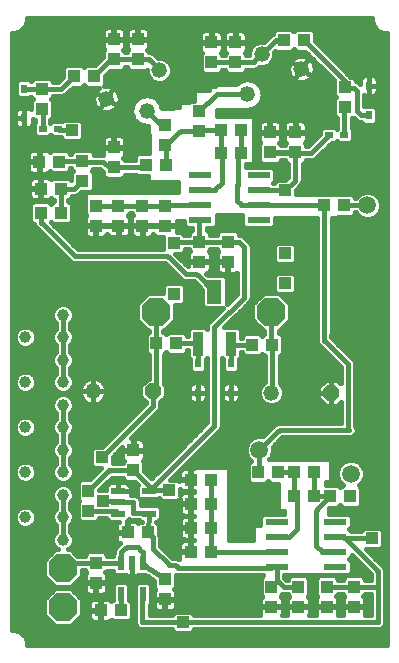
<source format=gtl>
G75*
%MOIN*%
%OFA0B0*%
%FSLAX24Y24*%
%IPPOS*%
%LPD*%
%AMOC8*
5,1,8,0,0,1.08239X$1,22.5*
%
%ADD10R,0.0780X0.0220*%
%ADD11R,0.0433X0.0394*%
%ADD12R,0.0394X0.0433*%
%ADD13C,0.0520*%
%ADD14R,0.0276X0.0197*%
%ADD15R,0.0236X0.0315*%
%ADD16R,0.0354X0.0787*%
%ADD17R,0.0512X0.0787*%
%ADD18R,0.0217X0.0472*%
%ADD19R,0.0472X0.0217*%
%ADD20OC8,0.0520*%
%ADD21C,0.0160*%
%ADD22C,0.1502*%
%ADD23R,0.0591X0.0591*%
%ADD24R,0.0945X0.0945*%
%ADD25R,0.0396X0.0396*%
%ADD26C,0.0591*%
%ADD27OC8,0.0945*%
%ADD28C,0.0396*%
D10*
X035280Y020250D03*
X035280Y020750D03*
X035280Y021250D03*
X035280Y021750D03*
X037220Y021750D03*
X037220Y021250D03*
X037220Y020750D03*
X037220Y020250D03*
X037830Y010200D03*
X037830Y009700D03*
X037830Y009200D03*
X037830Y008700D03*
X039770Y008700D03*
X039770Y009200D03*
X039770Y009700D03*
X039770Y010200D03*
D11*
X039085Y011850D03*
X038415Y011850D03*
X035635Y011600D03*
X034965Y011600D03*
X033535Y009850D03*
X032865Y009850D03*
X034965Y009200D03*
X035635Y009200D03*
X032635Y007250D03*
X031965Y007250D03*
X032550Y020065D03*
X032550Y020735D03*
X031350Y021565D03*
X030635Y021300D03*
X029965Y021300D03*
X031350Y022235D03*
X030000Y023965D03*
X030000Y024635D03*
X034100Y023435D03*
X034100Y022765D03*
X035250Y023215D03*
X035965Y023250D03*
X036635Y023250D03*
X035250Y023885D03*
X034100Y020735D03*
X034100Y020065D03*
X040100Y024015D03*
X040100Y024685D03*
D12*
X038735Y026250D03*
X038065Y026250D03*
X036450Y026185D03*
X035650Y026185D03*
X035650Y025515D03*
X036450Y025515D03*
X033200Y025615D03*
X032400Y025615D03*
X031735Y025050D03*
X031065Y025050D03*
X032400Y026285D03*
X033200Y026285D03*
X037600Y023185D03*
X038450Y023185D03*
X038450Y022515D03*
X037600Y022515D03*
X036635Y022500D03*
X035965Y022500D03*
X034135Y022100D03*
X033465Y022100D03*
X032400Y022015D03*
X032400Y022685D03*
X030585Y022200D03*
X029915Y022200D03*
X031800Y020735D03*
X031800Y020065D03*
X030635Y020500D03*
X029965Y020500D03*
X033350Y020735D03*
X033350Y020065D03*
X035250Y019535D03*
X035250Y018865D03*
X036200Y018865D03*
X036200Y019535D03*
X039415Y020750D03*
X040085Y020750D03*
X037685Y016100D03*
X037015Y016100D03*
X034485Y016150D03*
X033815Y016150D03*
X033050Y012585D03*
X033050Y011915D03*
X031550Y011235D03*
X031550Y010565D03*
X031800Y008835D03*
X031800Y008165D03*
X034100Y008285D03*
X034100Y007615D03*
X034965Y010000D03*
X035635Y010000D03*
X035635Y010800D03*
X034965Y010800D03*
X037215Y011850D03*
X037885Y011850D03*
X038415Y011050D03*
X039085Y011050D03*
X039615Y011050D03*
X040285Y011050D03*
X040400Y008035D03*
X039500Y008035D03*
X038550Y008035D03*
X038550Y007365D03*
X039500Y007365D03*
X040400Y007365D03*
X037650Y007365D03*
X037650Y008035D03*
D13*
X037650Y014500D03*
X031700Y014550D03*
X033505Y023894D03*
X033911Y025248D03*
X032150Y024300D03*
X036837Y024455D03*
X038650Y025300D03*
X037321Y025784D03*
D14*
X039574Y023100D03*
X040086Y023100D03*
X030536Y023300D03*
X030024Y023300D03*
D15*
X029400Y023658D03*
X029400Y024642D03*
X040900Y024742D03*
X040900Y023758D03*
X036300Y015492D03*
X035200Y015492D03*
X035200Y014508D03*
X036300Y014508D03*
D16*
X036301Y016134D03*
X035199Y016134D03*
D17*
X035750Y017866D03*
D18*
X033374Y008812D03*
X033000Y008812D03*
X032626Y008812D03*
X032626Y007788D03*
X033374Y007788D03*
D19*
X033562Y010476D03*
X033562Y011224D03*
X032538Y011224D03*
X032538Y010850D03*
X032538Y010476D03*
D20*
X033700Y014550D03*
X039650Y014500D03*
D21*
X029000Y006606D02*
X029000Y026494D01*
X029101Y026494D01*
X029286Y026571D01*
X029429Y026714D01*
X029506Y026899D01*
X029506Y027000D01*
X040994Y027000D01*
X040994Y026899D01*
X041071Y026714D01*
X041214Y026571D01*
X041399Y026494D01*
X041500Y026494D01*
X041500Y006100D01*
X029506Y006100D01*
X029506Y006201D01*
X029429Y006386D01*
X029286Y006529D01*
X029101Y006606D01*
X029000Y006606D01*
X029118Y006599D02*
X034342Y006599D01*
X034342Y006610D02*
X034342Y006586D01*
X034436Y006492D01*
X034964Y006492D01*
X035058Y006586D01*
X035058Y006610D01*
X041248Y006610D01*
X041336Y006647D01*
X041403Y006714D01*
X041440Y006802D01*
X041440Y008576D01*
X041388Y008701D01*
X041374Y008715D01*
X041330Y008759D01*
X041307Y008783D01*
X040798Y009292D01*
X041264Y009292D01*
X041358Y009386D01*
X041358Y009914D01*
X041264Y010008D01*
X040736Y010008D01*
X040642Y009914D01*
X040642Y009890D01*
X040306Y009890D01*
X040246Y009950D01*
X040320Y010024D01*
X040320Y010376D01*
X040226Y010470D01*
X039580Y010470D01*
X039580Y010633D01*
X039559Y010654D01*
X039578Y010673D01*
X039878Y010673D01*
X039950Y010745D01*
X040022Y010673D01*
X040548Y010673D01*
X040641Y010767D01*
X040641Y011333D01*
X040559Y011415D01*
X040686Y011542D01*
X040755Y011709D01*
X040755Y011891D01*
X040686Y012058D01*
X040558Y012186D01*
X040391Y012255D01*
X040209Y012255D01*
X040042Y012186D01*
X039914Y012058D01*
X039845Y011891D01*
X039845Y011709D01*
X039914Y011542D01*
X040030Y011427D01*
X040022Y011427D01*
X039950Y011355D01*
X039878Y011427D01*
X039480Y011427D01*
X039480Y011520D01*
X039583Y011520D01*
X039630Y011567D01*
X039630Y012233D01*
X039583Y012280D01*
X037574Y012280D01*
X037636Y012342D01*
X037705Y012509D01*
X037705Y012691D01*
X037698Y012708D01*
X037999Y013010D01*
X040298Y013010D01*
X040386Y013047D01*
X040453Y013114D01*
X040490Y013202D01*
X040490Y013298D01*
X040453Y013386D01*
X040440Y013399D01*
X040440Y015498D01*
X040403Y015586D01*
X039640Y016349D01*
X039640Y016442D01*
X039655Y016479D01*
X039655Y020320D01*
X039833Y020320D01*
X039880Y020367D01*
X039880Y020373D01*
X040348Y020373D01*
X040441Y020467D01*
X040441Y020510D01*
X040457Y020510D01*
X040464Y020492D01*
X040592Y020364D01*
X040759Y020295D01*
X040941Y020295D01*
X041108Y020364D01*
X041236Y020492D01*
X041305Y020659D01*
X041305Y020841D01*
X041236Y021008D01*
X041108Y021136D01*
X040941Y021205D01*
X040759Y021205D01*
X040592Y021136D01*
X040464Y021008D01*
X040457Y020990D01*
X040441Y020990D01*
X040441Y021033D01*
X040348Y021127D01*
X039837Y021127D01*
X039833Y021130D01*
X038458Y021130D01*
X038458Y021269D01*
X038557Y021367D01*
X038571Y021382D01*
X038624Y021435D01*
X038638Y021449D01*
X038690Y021574D01*
X038690Y022139D01*
X038713Y022139D01*
X038807Y022233D01*
X038807Y022260D01*
X039022Y022260D01*
X039110Y022297D01*
X039655Y022842D01*
X039778Y022842D01*
X039830Y022893D01*
X039882Y022842D01*
X040290Y022842D01*
X040384Y022935D01*
X040384Y023265D01*
X040326Y023322D01*
X040326Y023659D01*
X040383Y023659D01*
X040392Y023668D01*
X040506Y023554D01*
X040594Y023518D01*
X040638Y023518D01*
X040716Y023440D01*
X041084Y023440D01*
X041178Y023534D01*
X041178Y023982D01*
X041084Y024075D01*
X040740Y024075D01*
X040740Y024410D01*
X040758Y024405D01*
X040900Y024405D01*
X041042Y024405D01*
X041088Y024417D01*
X041129Y024441D01*
X041162Y024474D01*
X041186Y024515D01*
X041198Y024561D01*
X041198Y024742D01*
X040900Y024742D01*
X040900Y024405D01*
X040900Y024742D01*
X040900Y024742D01*
X040900Y024742D01*
X041198Y024742D01*
X041198Y024923D01*
X041186Y024969D01*
X041162Y025010D01*
X041129Y025044D01*
X041088Y025067D01*
X041042Y025080D01*
X040900Y025080D01*
X040758Y025080D01*
X040712Y025067D01*
X040671Y025044D01*
X040638Y025010D01*
X040614Y024969D01*
X040602Y024923D01*
X040602Y024788D01*
X040536Y024853D01*
X040477Y024878D01*
X040477Y024948D01*
X040383Y025041D01*
X040283Y025041D01*
X040274Y025050D01*
X040240Y025084D01*
X040207Y025117D01*
X040207Y025117D01*
X039091Y026233D01*
X039091Y026533D01*
X038998Y026627D01*
X038472Y026627D01*
X038400Y026555D01*
X038328Y026627D01*
X037802Y026627D01*
X037709Y026533D01*
X037709Y026468D01*
X037636Y026438D01*
X037588Y026390D01*
X037555Y026357D01*
X037555Y026357D01*
X037402Y026204D01*
X037238Y026204D01*
X037083Y026140D01*
X036965Y026022D01*
X036901Y025867D01*
X036901Y025755D01*
X036807Y025755D01*
X036807Y025798D01*
X036769Y025836D01*
X036791Y025858D01*
X036815Y025899D01*
X036827Y025944D01*
X036827Y026166D01*
X036468Y026166D01*
X036468Y026203D01*
X036432Y026203D01*
X036432Y026581D01*
X036229Y026581D01*
X036184Y026569D01*
X036143Y026545D01*
X036109Y026512D01*
X036085Y026471D01*
X036073Y026425D01*
X036073Y026203D01*
X036432Y026203D01*
X036432Y026166D01*
X036073Y026166D01*
X036073Y025944D01*
X036085Y025899D01*
X036109Y025858D01*
X036131Y025836D01*
X036093Y025798D01*
X036093Y025755D01*
X036007Y025755D01*
X036007Y025798D01*
X035969Y025836D01*
X035991Y025858D01*
X036015Y025899D01*
X036027Y025944D01*
X036027Y026166D01*
X035668Y026166D01*
X035668Y026203D01*
X035632Y026203D01*
X035632Y026581D01*
X035429Y026581D01*
X035384Y026569D01*
X035343Y026545D01*
X035309Y026512D01*
X035285Y026471D01*
X035273Y026425D01*
X035273Y026203D01*
X035632Y026203D01*
X035632Y026166D01*
X035273Y026166D01*
X035273Y025944D01*
X035285Y025899D01*
X035309Y025858D01*
X035331Y025836D01*
X035293Y025798D01*
X035293Y025233D01*
X035387Y025139D01*
X035913Y025139D01*
X036007Y025233D01*
X036007Y025275D01*
X036093Y025275D01*
X036093Y025233D01*
X036187Y025139D01*
X036713Y025139D01*
X036807Y025233D01*
X036807Y025275D01*
X037079Y025275D01*
X037204Y025327D01*
X037218Y025341D01*
X037240Y025364D01*
X037405Y025364D01*
X037559Y025428D01*
X037677Y025546D01*
X037741Y025700D01*
X037741Y025864D01*
X037776Y025899D01*
X037802Y025873D01*
X038328Y025873D01*
X038400Y025945D01*
X038472Y025873D01*
X038772Y025873D01*
X039723Y024922D01*
X039723Y024422D01*
X039795Y024350D01*
X039723Y024278D01*
X039723Y023752D01*
X039817Y023659D01*
X039846Y023659D01*
X039846Y023322D01*
X039830Y023307D01*
X039778Y023358D01*
X039370Y023358D01*
X039277Y023265D01*
X039277Y023142D01*
X038875Y022740D01*
X038807Y022740D01*
X038807Y022798D01*
X038769Y022836D01*
X038791Y022858D01*
X038815Y022899D01*
X038827Y022944D01*
X038827Y023166D01*
X038468Y023166D01*
X038468Y023203D01*
X038432Y023203D01*
X038432Y023581D01*
X038229Y023581D01*
X038184Y023569D01*
X038143Y023545D01*
X038109Y023512D01*
X038085Y023471D01*
X038073Y023425D01*
X038073Y023203D01*
X038432Y023203D01*
X038432Y023166D01*
X038073Y023166D01*
X038073Y022944D01*
X038085Y022899D01*
X038109Y022858D01*
X038131Y022836D01*
X038093Y022798D01*
X038093Y022755D01*
X037957Y022755D01*
X037957Y022798D01*
X037919Y022836D01*
X037941Y022858D01*
X037965Y022899D01*
X037977Y022944D01*
X037977Y023166D01*
X037618Y023166D01*
X037618Y023203D01*
X037582Y023203D01*
X037582Y023581D01*
X037379Y023581D01*
X037334Y023569D01*
X037293Y023545D01*
X037259Y023512D01*
X037235Y023471D01*
X037223Y023425D01*
X037223Y023203D01*
X037582Y023203D01*
X037582Y023166D01*
X037223Y023166D01*
X037223Y022944D01*
X037235Y022899D01*
X037259Y022858D01*
X037281Y022836D01*
X037243Y022798D01*
X037243Y022233D01*
X037337Y022139D01*
X037863Y022139D01*
X037957Y022233D01*
X037957Y022260D01*
X038093Y022260D01*
X038093Y022233D01*
X038187Y022139D01*
X038210Y022139D01*
X038210Y021699D01*
X038119Y021608D01*
X037836Y021608D01*
X037742Y021514D01*
X037742Y021490D01*
X037706Y021490D01*
X037696Y021500D01*
X037770Y021574D01*
X037770Y021926D01*
X037676Y022020D01*
X036790Y022020D01*
X036790Y022120D01*
X037033Y022120D01*
X037080Y022167D01*
X037080Y023683D01*
X037033Y023730D01*
X035830Y023730D01*
X035830Y023920D01*
X036833Y023920D01*
X036850Y023937D01*
X036850Y023936D02*
X036850Y023936D01*
X037107Y024005D01*
X037295Y024193D01*
X037295Y024193D01*
X037364Y024450D01*
X037295Y024707D01*
X037107Y024895D01*
X037107Y024895D01*
X036850Y024964D01*
X036593Y024895D01*
X036478Y024780D01*
X035817Y024780D01*
X035770Y024733D01*
X035770Y024730D01*
X035617Y024730D01*
X035570Y024683D01*
X035570Y024580D01*
X035117Y024580D01*
X035070Y024533D01*
X035070Y024241D01*
X034967Y024241D01*
X034906Y024180D01*
X034617Y024180D01*
X034570Y024133D01*
X034570Y024030D01*
X034417Y024030D01*
X034370Y023983D01*
X034370Y023980D01*
X033999Y023980D01*
X033951Y024160D01*
X033951Y024160D01*
X033760Y024351D01*
X033500Y024421D01*
X033240Y024351D01*
X033240Y024351D01*
X033049Y024160D01*
X032979Y023900D01*
X033049Y023640D01*
X033049Y023640D01*
X033240Y023449D01*
X033500Y023379D01*
X033520Y023385D01*
X033520Y023117D01*
X033567Y023070D01*
X033570Y023070D01*
X033570Y022477D01*
X033202Y022477D01*
X033109Y022383D01*
X033109Y022255D01*
X032757Y022255D01*
X032757Y022298D01*
X032719Y022336D01*
X032741Y022358D01*
X032765Y022399D01*
X032777Y022444D01*
X032777Y022666D01*
X032418Y022666D01*
X032418Y022703D01*
X032382Y022703D01*
X032382Y023081D01*
X032179Y023081D01*
X032134Y023069D01*
X032093Y023045D01*
X032059Y023012D01*
X032035Y022971D01*
X032023Y022925D01*
X032023Y022703D01*
X032382Y022703D01*
X032382Y022666D01*
X032023Y022666D01*
X032023Y022444D01*
X032024Y022440D01*
X031727Y022440D01*
X031727Y022498D01*
X031633Y022591D01*
X031067Y022591D01*
X030973Y022498D01*
X030973Y022475D01*
X030941Y022475D01*
X030941Y022483D01*
X030848Y022577D01*
X030322Y022577D01*
X030262Y022517D01*
X030256Y022527D01*
X030223Y022561D01*
X030182Y022584D01*
X030136Y022597D01*
X029934Y022597D01*
X029934Y022218D01*
X029897Y022218D01*
X029897Y022182D01*
X029539Y022182D01*
X029539Y021960D01*
X029551Y021914D01*
X029574Y021873D01*
X029608Y021839D01*
X029649Y021816D01*
X029695Y021803D01*
X029897Y021803D01*
X029897Y022182D01*
X029934Y022182D01*
X029934Y021803D01*
X030136Y021803D01*
X030182Y021816D01*
X030223Y021839D01*
X030256Y021873D01*
X030262Y021883D01*
X030322Y021823D01*
X030848Y021823D01*
X030941Y021917D01*
X030941Y021995D01*
X030973Y021995D01*
X030973Y021972D01*
X031045Y021900D01*
X030973Y021828D01*
X030973Y021601D01*
X030917Y021657D01*
X030352Y021657D01*
X030314Y021619D01*
X030292Y021641D01*
X030251Y021665D01*
X030206Y021677D01*
X029984Y021677D01*
X029984Y021318D01*
X029947Y021318D01*
X029947Y021282D01*
X029569Y021282D01*
X029569Y021079D01*
X029581Y021034D01*
X029605Y020993D01*
X029638Y020959D01*
X029679Y020935D01*
X029725Y020923D01*
X029947Y020923D01*
X029947Y021282D01*
X029984Y021282D01*
X029984Y020923D01*
X030206Y020923D01*
X030251Y020935D01*
X030292Y020959D01*
X030314Y020981D01*
X030352Y020943D01*
X030395Y020943D01*
X030395Y020877D01*
X030372Y020877D01*
X030300Y020805D01*
X030228Y020877D01*
X029702Y020877D01*
X029609Y020783D01*
X029609Y020217D01*
X029702Y020123D01*
X029740Y020123D01*
X029777Y020033D01*
X029825Y019986D01*
X029825Y019986D01*
X029859Y019952D01*
X030964Y018847D01*
X031052Y018810D01*
X034101Y018810D01*
X034664Y018247D01*
X034752Y018210D01*
X035067Y018210D01*
X035334Y017943D01*
X035334Y017406D01*
X035428Y017312D01*
X036023Y017312D01*
X035547Y016836D01*
X035510Y016748D01*
X035510Y016620D01*
X035442Y016688D01*
X034955Y016688D01*
X034862Y016594D01*
X034862Y016390D01*
X034841Y016390D01*
X034841Y016433D01*
X034748Y016527D01*
X034222Y016527D01*
X034150Y016455D01*
X034078Y016527D01*
X034040Y016527D01*
X034040Y016568D01*
X034062Y016568D01*
X034432Y016938D01*
X034432Y017442D01*
X034664Y017442D01*
X034758Y017536D01*
X034758Y018064D01*
X034664Y018158D01*
X034136Y018158D01*
X034042Y018064D01*
X034042Y017832D01*
X033538Y017832D01*
X033168Y017462D01*
X033168Y016938D01*
X033538Y016568D01*
X033560Y016568D01*
X033560Y016527D01*
X033552Y016527D01*
X033459Y016433D01*
X033459Y015867D01*
X033552Y015773D01*
X033575Y015773D01*
X033575Y014970D01*
X033526Y014970D01*
X033280Y014724D01*
X033280Y014376D01*
X033460Y014196D01*
X033460Y014149D01*
X032019Y012708D01*
X031736Y012708D01*
X031642Y012614D01*
X031642Y012086D01*
X031736Y011992D01*
X031968Y011992D01*
X031587Y011611D01*
X031287Y011611D01*
X031193Y011517D01*
X031193Y010952D01*
X031245Y010900D01*
X031193Y010848D01*
X031193Y010283D01*
X031287Y010189D01*
X031813Y010189D01*
X031907Y010283D01*
X031907Y010325D01*
X032142Y010325D01*
X032142Y010301D01*
X032236Y010208D01*
X032567Y010208D01*
X032538Y010191D01*
X032505Y010157D01*
X032481Y010116D01*
X032469Y010071D01*
X032469Y009868D01*
X032847Y009868D01*
X032847Y009832D01*
X032469Y009832D01*
X032469Y009629D01*
X032481Y009584D01*
X032505Y009543D01*
X032538Y009509D01*
X032579Y009485D01*
X032592Y009482D01*
X032592Y009481D01*
X032567Y009457D01*
X032447Y009336D01*
X032410Y009248D01*
X032410Y009167D01*
X032358Y009114D01*
X032358Y009052D01*
X032157Y009052D01*
X032157Y009117D01*
X032063Y009211D01*
X031537Y009211D01*
X031443Y009117D01*
X031443Y009075D01*
X031170Y009075D01*
X030962Y009282D01*
X030869Y009282D01*
X030903Y009296D01*
X031004Y009397D01*
X031058Y009529D01*
X031058Y009671D01*
X031004Y009803D01*
X030940Y009866D01*
X030940Y010084D01*
X031004Y010147D01*
X031058Y010279D01*
X031058Y010421D01*
X031004Y010553D01*
X030940Y010616D01*
X030940Y010834D01*
X031004Y010897D01*
X031058Y011029D01*
X031058Y011171D01*
X031004Y011303D01*
X030903Y011404D01*
X030771Y011458D01*
X030629Y011458D01*
X030497Y011404D01*
X030396Y011303D01*
X030342Y011171D01*
X030342Y011029D01*
X030396Y010897D01*
X030460Y010834D01*
X030460Y010616D01*
X030396Y010553D01*
X030342Y010421D01*
X030342Y010279D01*
X030396Y010147D01*
X030460Y010084D01*
X030460Y009866D01*
X030396Y009803D01*
X030342Y009671D01*
X030342Y009529D01*
X030396Y009397D01*
X030497Y009296D01*
X030531Y009282D01*
X030438Y009282D01*
X030068Y008912D01*
X030068Y008388D01*
X030438Y008018D01*
X030962Y008018D01*
X031332Y008388D01*
X031332Y008595D01*
X031443Y008595D01*
X031443Y008552D01*
X031481Y008514D01*
X031459Y008492D01*
X031435Y008451D01*
X031423Y008406D01*
X031423Y008184D01*
X031782Y008184D01*
X031782Y008147D01*
X031818Y008147D01*
X031818Y007769D01*
X032021Y007769D01*
X032066Y007781D01*
X032107Y007805D01*
X032141Y007838D01*
X032165Y007879D01*
X032177Y007925D01*
X032177Y008147D01*
X031818Y008147D01*
X031818Y008184D01*
X032177Y008184D01*
X032177Y008406D01*
X032165Y008451D01*
X032141Y008492D01*
X032119Y008514D01*
X032157Y008552D01*
X032157Y008572D01*
X032358Y008572D01*
X032358Y008509D01*
X032451Y008416D01*
X032801Y008416D01*
X032804Y008419D01*
X032822Y008408D01*
X032868Y008396D01*
X033000Y008396D01*
X033132Y008396D01*
X033178Y008408D01*
X033196Y008419D01*
X033199Y008416D01*
X033447Y008416D01*
X033529Y008382D01*
X033743Y008237D01*
X033743Y008002D01*
X033781Y007964D01*
X033759Y007942D01*
X033735Y007901D01*
X033723Y007856D01*
X033723Y007634D01*
X034082Y007634D01*
X034082Y007597D01*
X034118Y007597D01*
X034118Y007219D01*
X034321Y007219D01*
X034366Y007231D01*
X034407Y007255D01*
X034441Y007288D01*
X034465Y007329D01*
X034477Y007375D01*
X034477Y007597D01*
X034118Y007597D01*
X034118Y007634D01*
X034477Y007634D01*
X034477Y007856D01*
X034465Y007901D01*
X034441Y007942D01*
X034419Y007964D01*
X034457Y008002D01*
X034457Y008438D01*
X034524Y008410D01*
X037386Y008410D01*
X037293Y008317D01*
X037293Y007752D01*
X037331Y007714D01*
X037309Y007692D01*
X037285Y007651D01*
X037273Y007606D01*
X037273Y007384D01*
X037632Y007384D01*
X037632Y007347D01*
X037273Y007347D01*
X037273Y007125D01*
X037283Y007090D01*
X035058Y007090D01*
X035058Y007114D01*
X034964Y007208D01*
X034436Y007208D01*
X034342Y007114D01*
X034342Y007090D01*
X033590Y007090D01*
X033590Y007433D01*
X033642Y007486D01*
X033642Y008091D01*
X033549Y008184D01*
X033199Y008184D01*
X033106Y008091D01*
X033106Y007486D01*
X033110Y007481D01*
X033110Y006802D01*
X033147Y006714D01*
X033214Y006647D01*
X033302Y006610D01*
X034342Y006610D01*
X035058Y006599D02*
X041500Y006599D01*
X041500Y006757D02*
X041421Y006757D01*
X041440Y006916D02*
X041500Y006916D01*
X041500Y007074D02*
X041440Y007074D01*
X041440Y007233D02*
X041500Y007233D01*
X041500Y007391D02*
X041440Y007391D01*
X041440Y007550D02*
X041500Y007550D01*
X041500Y007708D02*
X041440Y007708D01*
X041440Y007867D02*
X041500Y007867D01*
X041500Y008025D02*
X041440Y008025D01*
X041440Y008184D02*
X041500Y008184D01*
X041500Y008342D02*
X041440Y008342D01*
X041440Y008501D02*
X041500Y008501D01*
X041500Y008659D02*
X041406Y008659D01*
X041388Y008701D02*
X041388Y008701D01*
X041500Y008818D02*
X041272Y008818D01*
X041113Y008976D02*
X041500Y008976D01*
X041500Y009135D02*
X040955Y009135D01*
X041266Y009293D02*
X041500Y009293D01*
X041500Y009452D02*
X041358Y009452D01*
X041358Y009610D02*
X041500Y009610D01*
X041500Y009769D02*
X041358Y009769D01*
X041345Y009927D02*
X041500Y009927D01*
X041500Y010086D02*
X040320Y010086D01*
X040320Y010244D02*
X041500Y010244D01*
X041500Y010403D02*
X040294Y010403D01*
X040594Y010720D02*
X041500Y010720D01*
X041500Y010878D02*
X040641Y010878D01*
X040641Y011037D02*
X041500Y011037D01*
X041500Y011195D02*
X040641Y011195D01*
X040621Y011354D02*
X041500Y011354D01*
X041500Y011512D02*
X040656Y011512D01*
X040739Y011671D02*
X041500Y011671D01*
X041500Y011829D02*
X040755Y011829D01*
X040715Y011988D02*
X041500Y011988D01*
X041500Y012146D02*
X040598Y012146D01*
X040002Y012146D02*
X039630Y012146D01*
X039630Y011988D02*
X039885Y011988D01*
X039845Y011829D02*
X039630Y011829D01*
X039630Y011671D02*
X039861Y011671D01*
X039944Y011512D02*
X039480Y011512D01*
X039085Y011850D02*
X039085Y011050D01*
X039615Y011050D01*
X039179Y010614D01*
X039150Y010543D02*
X039150Y009400D01*
X039321Y009229D01*
X039391Y009200D02*
X039770Y009200D01*
X039391Y009200D02*
X039371Y009202D01*
X039353Y009208D01*
X039335Y009217D01*
X039320Y009229D01*
X039770Y009700D02*
X040009Y009700D01*
X040079Y009671D02*
X040100Y009650D01*
X041171Y008579D01*
X041200Y008509D02*
X041200Y008050D01*
X041200Y006850D01*
X033350Y006850D01*
X033350Y007750D01*
X033106Y007708D02*
X032894Y007708D01*
X032894Y007607D02*
X032894Y008091D01*
X032801Y008184D01*
X032451Y008184D01*
X032358Y008091D01*
X032358Y007607D01*
X032352Y007607D01*
X032314Y007569D01*
X032292Y007591D01*
X032251Y007615D01*
X032206Y007627D01*
X031984Y007627D01*
X031984Y007268D01*
X031947Y007268D01*
X031947Y007232D01*
X031569Y007232D01*
X031569Y007029D01*
X031581Y006984D01*
X031605Y006943D01*
X031638Y006909D01*
X031679Y006885D01*
X031725Y006873D01*
X031947Y006873D01*
X031947Y007232D01*
X031984Y007232D01*
X031984Y006873D01*
X032206Y006873D01*
X032251Y006885D01*
X032292Y006909D01*
X032314Y006931D01*
X032352Y006893D01*
X032917Y006893D01*
X033011Y006987D01*
X033011Y007513D01*
X032917Y007607D01*
X032894Y007607D01*
X032975Y007550D02*
X033106Y007550D01*
X033110Y007391D02*
X033011Y007391D01*
X033011Y007233D02*
X033110Y007233D01*
X033110Y007074D02*
X033011Y007074D01*
X032940Y006916D02*
X033110Y006916D01*
X033129Y006757D02*
X031001Y006757D01*
X030962Y006718D02*
X031332Y007088D01*
X031332Y007612D01*
X030962Y007982D01*
X030438Y007982D01*
X030068Y007612D01*
X030068Y007088D01*
X030438Y006718D01*
X030962Y006718D01*
X031160Y006916D02*
X031632Y006916D01*
X031569Y007074D02*
X031318Y007074D01*
X031332Y007233D02*
X031947Y007233D01*
X031947Y007268D02*
X031569Y007268D01*
X031569Y007471D01*
X031581Y007516D01*
X031605Y007557D01*
X031638Y007591D01*
X031679Y007615D01*
X031725Y007627D01*
X031947Y007627D01*
X031947Y007268D01*
X031947Y007391D02*
X031984Y007391D01*
X031984Y007550D02*
X031947Y007550D01*
X031782Y007769D02*
X031782Y008147D01*
X031423Y008147D01*
X031423Y007925D01*
X031435Y007879D01*
X031459Y007838D01*
X031493Y007805D01*
X031534Y007781D01*
X031579Y007769D01*
X031782Y007769D01*
X031782Y007867D02*
X031818Y007867D01*
X031818Y008025D02*
X031782Y008025D01*
X031782Y008184D02*
X031128Y008184D01*
X031286Y008342D02*
X031423Y008342D01*
X031467Y008501D02*
X031332Y008501D01*
X031423Y008025D02*
X030969Y008025D01*
X031078Y007867D02*
X031443Y007867D01*
X031236Y007708D02*
X032358Y007708D01*
X032358Y007867D02*
X032157Y007867D01*
X032177Y008025D02*
X032358Y008025D01*
X032451Y008184D02*
X031818Y008184D01*
X032177Y008342D02*
X033587Y008342D01*
X033549Y008184D02*
X033743Y008184D01*
X033743Y008025D02*
X033642Y008025D01*
X033642Y007867D02*
X033726Y007867D01*
X033723Y007708D02*
X033642Y007708D01*
X033723Y007597D02*
X033723Y007375D01*
X033735Y007329D01*
X033759Y007288D01*
X033793Y007255D01*
X033834Y007231D01*
X033879Y007219D01*
X034082Y007219D01*
X034082Y007597D01*
X033723Y007597D01*
X033723Y007550D02*
X033642Y007550D01*
X033590Y007391D02*
X033723Y007391D01*
X033831Y007233D02*
X033590Y007233D01*
X034082Y007233D02*
X034118Y007233D01*
X034118Y007391D02*
X034082Y007391D01*
X034082Y007550D02*
X034118Y007550D01*
X034477Y007550D02*
X037273Y007550D01*
X037273Y007391D02*
X034477Y007391D01*
X034369Y007233D02*
X037273Y007233D01*
X037668Y007347D02*
X037668Y007384D01*
X038027Y007384D01*
X038027Y007606D01*
X038015Y007651D01*
X037991Y007692D01*
X037969Y007714D01*
X038007Y007752D01*
X038007Y007802D01*
X038025Y007795D01*
X038193Y007795D01*
X038193Y007752D01*
X038231Y007714D01*
X038209Y007692D01*
X038185Y007651D01*
X038173Y007606D01*
X038173Y007384D01*
X038532Y007384D01*
X038532Y007347D01*
X038173Y007347D01*
X038173Y007125D01*
X038183Y007090D01*
X038017Y007090D01*
X038027Y007125D01*
X038027Y007347D01*
X037668Y007347D01*
X038027Y007391D02*
X038173Y007391D01*
X038173Y007233D02*
X038027Y007233D01*
X038027Y007550D02*
X038173Y007550D01*
X038225Y007708D02*
X037975Y007708D01*
X038093Y008035D02*
X038550Y008035D01*
X038907Y008025D02*
X039143Y008025D01*
X039143Y007867D02*
X038907Y007867D01*
X038907Y007752D02*
X038907Y008317D01*
X038813Y008411D01*
X038287Y008411D01*
X038193Y008317D01*
X038193Y008275D01*
X038151Y008275D01*
X038070Y008355D01*
X038070Y008420D01*
X039483Y008420D01*
X039493Y008430D01*
X040226Y008430D01*
X040320Y008524D01*
X040320Y008876D01*
X040246Y008950D01*
X040320Y009024D01*
X040320Y009091D01*
X040960Y008451D01*
X040960Y008275D01*
X040757Y008275D01*
X040757Y008317D01*
X040663Y008411D01*
X040137Y008411D01*
X040043Y008317D01*
X040043Y008275D01*
X039857Y008275D01*
X039857Y008317D01*
X039763Y008411D01*
X039237Y008411D01*
X039143Y008317D01*
X039143Y007752D01*
X039181Y007714D01*
X039159Y007692D01*
X039135Y007651D01*
X039123Y007606D01*
X039123Y007384D01*
X039482Y007384D01*
X039482Y007347D01*
X039123Y007347D01*
X039123Y007125D01*
X039133Y007090D01*
X038917Y007090D01*
X038927Y007125D01*
X038927Y007347D01*
X038568Y007347D01*
X038568Y007384D01*
X038927Y007384D01*
X038927Y007606D01*
X038915Y007651D01*
X038891Y007692D01*
X038869Y007714D01*
X038907Y007752D01*
X038875Y007708D02*
X039175Y007708D01*
X039123Y007550D02*
X038927Y007550D01*
X038927Y007391D02*
X039123Y007391D01*
X039123Y007233D02*
X038927Y007233D01*
X039518Y007347D02*
X039518Y007384D01*
X039877Y007384D01*
X039877Y007606D01*
X039865Y007651D01*
X039841Y007692D01*
X039819Y007714D01*
X039857Y007752D01*
X039857Y007795D01*
X040043Y007795D01*
X040043Y007752D01*
X040081Y007714D01*
X040059Y007692D01*
X040035Y007651D01*
X040023Y007606D01*
X040023Y007384D01*
X040382Y007384D01*
X040382Y007347D01*
X040023Y007347D01*
X040023Y007125D01*
X040033Y007090D01*
X039867Y007090D01*
X039877Y007125D01*
X039877Y007347D01*
X039518Y007347D01*
X039877Y007391D02*
X040023Y007391D01*
X040023Y007233D02*
X039877Y007233D01*
X039877Y007550D02*
X040023Y007550D01*
X040075Y007708D02*
X039825Y007708D01*
X039500Y008035D02*
X040400Y008035D01*
X041163Y008035D01*
X041176Y008037D01*
X041189Y008042D01*
X041200Y008050D01*
X040960Y007795D02*
X040960Y007090D01*
X040767Y007090D01*
X040777Y007125D01*
X040777Y007347D01*
X040418Y007347D01*
X040418Y007384D01*
X040777Y007384D01*
X040777Y007606D01*
X040765Y007651D01*
X040741Y007692D01*
X040719Y007714D01*
X040757Y007752D01*
X040757Y007795D01*
X040960Y007795D01*
X040960Y007708D02*
X040725Y007708D01*
X040777Y007550D02*
X040960Y007550D01*
X040960Y007391D02*
X040777Y007391D01*
X040777Y007233D02*
X040960Y007233D01*
X041500Y006440D02*
X029375Y006440D01*
X029472Y006282D02*
X041500Y006282D01*
X041500Y006123D02*
X029506Y006123D01*
X029000Y006757D02*
X030399Y006757D01*
X030240Y006916D02*
X029000Y006916D01*
X029000Y007074D02*
X030082Y007074D01*
X030068Y007233D02*
X029000Y007233D01*
X029000Y007391D02*
X030068Y007391D01*
X030068Y007550D02*
X029000Y007550D01*
X029000Y007708D02*
X030164Y007708D01*
X030322Y007867D02*
X029000Y007867D01*
X029000Y008025D02*
X030431Y008025D01*
X030272Y008184D02*
X029000Y008184D01*
X029000Y008342D02*
X030114Y008342D01*
X030068Y008501D02*
X029000Y008501D01*
X029000Y008659D02*
X030068Y008659D01*
X030068Y008818D02*
X029000Y008818D01*
X029000Y008976D02*
X030132Y008976D01*
X030290Y009135D02*
X029000Y009135D01*
X029000Y009293D02*
X030505Y009293D01*
X030374Y009452D02*
X029000Y009452D01*
X029000Y009610D02*
X030342Y009610D01*
X030382Y009769D02*
X029000Y009769D01*
X029000Y009927D02*
X030460Y009927D01*
X030458Y010086D02*
X029692Y010086D01*
X029653Y010046D02*
X029754Y010147D01*
X029808Y010279D01*
X029808Y010421D01*
X029754Y010553D01*
X029653Y010654D01*
X029521Y010708D01*
X029379Y010708D01*
X029247Y010654D01*
X029146Y010553D01*
X029092Y010421D01*
X029092Y010279D01*
X029146Y010147D01*
X029247Y010046D01*
X029379Y009992D01*
X029521Y009992D01*
X029653Y010046D01*
X029794Y010244D02*
X030356Y010244D01*
X030342Y010403D02*
X029808Y010403D01*
X029745Y010561D02*
X030405Y010561D01*
X030460Y010720D02*
X029000Y010720D01*
X029000Y010878D02*
X030416Y010878D01*
X030342Y011037D02*
X029000Y011037D01*
X029000Y011195D02*
X030352Y011195D01*
X030447Y011354D02*
X029000Y011354D01*
X029000Y011512D02*
X029330Y011512D01*
X029379Y011492D02*
X029521Y011492D01*
X029653Y011546D01*
X029754Y011647D01*
X029808Y011779D01*
X029808Y011921D01*
X029754Y012053D01*
X029653Y012154D01*
X029521Y012208D01*
X029379Y012208D01*
X029247Y012154D01*
X029146Y012053D01*
X029092Y011921D01*
X029092Y011779D01*
X029146Y011647D01*
X029247Y011546D01*
X029379Y011492D01*
X029570Y011512D02*
X030580Y011512D01*
X030629Y011492D02*
X030771Y011492D01*
X030903Y011546D01*
X031004Y011647D01*
X031058Y011779D01*
X031058Y011921D01*
X031004Y012053D01*
X030940Y012116D01*
X030940Y012334D01*
X031004Y012397D01*
X031058Y012529D01*
X031058Y012671D01*
X031004Y012803D01*
X030940Y012866D01*
X030940Y013084D01*
X031004Y013147D01*
X031058Y013279D01*
X031058Y013421D01*
X031004Y013553D01*
X030940Y013616D01*
X030940Y013834D01*
X031004Y013897D01*
X031058Y014029D01*
X031058Y014171D01*
X031004Y014303D01*
X030903Y014404D01*
X030771Y014458D01*
X030629Y014458D01*
X030497Y014404D01*
X030396Y014303D01*
X030342Y014171D01*
X030342Y014029D01*
X030396Y013897D01*
X030460Y013834D01*
X030460Y013616D01*
X030396Y013553D01*
X030342Y013421D01*
X030342Y013279D01*
X030396Y013147D01*
X030460Y013084D01*
X030460Y012866D01*
X030396Y012803D01*
X030342Y012671D01*
X030342Y012529D01*
X030396Y012397D01*
X030460Y012334D01*
X030460Y012116D01*
X030396Y012053D01*
X030342Y011921D01*
X030342Y011779D01*
X030396Y011647D01*
X030497Y011546D01*
X030629Y011492D01*
X030820Y011512D02*
X031193Y011512D01*
X031193Y011354D02*
X030953Y011354D01*
X031048Y011195D02*
X031193Y011195D01*
X031193Y011037D02*
X031058Y011037D01*
X030984Y010878D02*
X031223Y010878D01*
X031193Y010720D02*
X030940Y010720D01*
X030995Y010561D02*
X031193Y010561D01*
X031193Y010403D02*
X031058Y010403D01*
X031044Y010244D02*
X031232Y010244D01*
X030942Y010086D02*
X032473Y010086D01*
X032469Y009927D02*
X030940Y009927D01*
X031018Y009769D02*
X032469Y009769D01*
X032474Y009610D02*
X031058Y009610D01*
X031026Y009452D02*
X032562Y009452D01*
X032429Y009293D02*
X030895Y009293D01*
X031110Y009135D02*
X031460Y009135D01*
X031800Y008835D02*
X030700Y008835D01*
X030700Y008650D01*
X031855Y008812D02*
X032626Y008812D01*
X032650Y008870D02*
X032650Y009200D01*
X032771Y009321D01*
X032841Y009350D02*
X033200Y009350D01*
X033345Y009205D01*
X033374Y009135D02*
X033374Y008812D01*
X033541Y008645D01*
X033612Y008615D02*
X034100Y008285D01*
X034457Y008342D02*
X037318Y008342D01*
X037293Y008184D02*
X034457Y008184D01*
X034457Y008025D02*
X037293Y008025D01*
X037293Y007867D02*
X034474Y007867D01*
X034477Y007708D02*
X037325Y007708D01*
X037650Y008035D02*
X037801Y008185D01*
X037830Y008256D02*
X038022Y008064D01*
X038037Y008052D01*
X038055Y008043D01*
X038073Y008037D01*
X038093Y008035D01*
X038083Y008342D02*
X038218Y008342D01*
X037830Y008256D02*
X037830Y008700D01*
X037691Y008700D01*
X037621Y008671D02*
X037600Y008650D01*
X034591Y008650D01*
X034521Y008679D02*
X034450Y008750D01*
X034291Y008750D01*
X034221Y008779D02*
X033700Y009300D01*
X033700Y009643D01*
X033671Y009714D02*
X033535Y009850D01*
X033583Y010485D01*
X033050Y010485D01*
X033050Y010850D01*
X032538Y010850D01*
X032517Y010871D01*
X032447Y010900D02*
X032050Y010900D01*
X032122Y011258D02*
X031913Y011258D01*
X032330Y011675D01*
X032693Y011675D01*
X032693Y011633D01*
X032787Y011539D01*
X033087Y011539D01*
X033197Y011429D01*
X033166Y011399D01*
X033166Y011062D01*
X033098Y011090D01*
X032954Y011090D01*
X032954Y011092D01*
X032954Y011224D01*
X032954Y011356D01*
X032942Y011402D01*
X032918Y011443D01*
X032885Y011476D01*
X032844Y011500D01*
X032798Y011512D01*
X032538Y011512D01*
X032538Y011512D01*
X032278Y011512D01*
X032232Y011500D01*
X032191Y011476D01*
X032158Y011443D01*
X032134Y011402D01*
X032122Y011356D01*
X032122Y011258D01*
X032122Y011354D02*
X032008Y011354D01*
X032167Y011512D02*
X032277Y011512D01*
X032325Y011671D02*
X032693Y011671D01*
X032799Y011512D02*
X033114Y011512D01*
X033166Y011354D02*
X032954Y011354D01*
X032954Y011224D02*
X032538Y011224D01*
X032538Y011512D01*
X032538Y011224D01*
X032538Y011224D01*
X032538Y011224D01*
X032954Y011224D01*
X032954Y011195D02*
X033166Y011195D01*
X033266Y010956D02*
X033864Y010956D01*
X033893Y010984D01*
X033986Y010892D01*
X034514Y010892D01*
X034589Y010966D01*
X034589Y010818D01*
X034947Y010818D01*
X034947Y010782D01*
X034589Y010782D01*
X034589Y010560D01*
X034601Y010514D01*
X034624Y010473D01*
X034658Y010439D01*
X034699Y010416D01*
X034745Y010403D01*
X034947Y010403D01*
X034947Y010782D01*
X034984Y010782D01*
X034984Y010403D01*
X035070Y010403D01*
X035070Y010397D01*
X034984Y010397D01*
X034984Y010018D01*
X034947Y010018D01*
X034947Y009982D01*
X034589Y009982D01*
X034589Y009760D01*
X034601Y009714D01*
X034624Y009673D01*
X034658Y009639D01*
X034699Y009616D01*
X034745Y009603D01*
X034947Y009603D01*
X034947Y009982D01*
X034984Y009982D01*
X034984Y009603D01*
X035070Y009603D01*
X035070Y009577D01*
X034984Y009577D01*
X034984Y009218D01*
X034947Y009218D01*
X034947Y009182D01*
X034569Y009182D01*
X034569Y008979D01*
X034575Y008958D01*
X034498Y008990D01*
X034349Y008990D01*
X033940Y009399D01*
X033940Y009711D01*
X033911Y009780D01*
X033911Y010113D01*
X033817Y010207D01*
X033802Y010207D01*
X033802Y010208D01*
X033864Y010208D01*
X033958Y010301D01*
X033958Y010651D01*
X033864Y010744D01*
X033290Y010744D01*
X033290Y010898D01*
X033266Y010956D01*
X033290Y010878D02*
X034589Y010878D01*
X034589Y010720D02*
X033889Y010720D01*
X033958Y010561D02*
X034589Y010561D01*
X034699Y010384D02*
X034658Y010361D01*
X034624Y010327D01*
X034601Y010286D01*
X034589Y010240D01*
X034589Y010018D01*
X034947Y010018D01*
X034947Y010397D01*
X034745Y010397D01*
X034699Y010384D01*
X034590Y010244D02*
X033901Y010244D01*
X033911Y010086D02*
X034589Y010086D01*
X034589Y009927D02*
X033911Y009927D01*
X033916Y009769D02*
X034589Y009769D01*
X034720Y009610D02*
X033940Y009610D01*
X033940Y009452D02*
X034577Y009452D01*
X034581Y009466D02*
X034569Y009421D01*
X034569Y009218D01*
X034947Y009218D01*
X034947Y009577D01*
X034725Y009577D01*
X034679Y009565D01*
X034638Y009541D01*
X034605Y009507D01*
X034581Y009466D01*
X034569Y009293D02*
X034046Y009293D01*
X034205Y009135D02*
X034569Y009135D01*
X034570Y008976D02*
X034532Y008976D01*
X034520Y008679D02*
X034535Y008667D01*
X034553Y008658D01*
X034571Y008652D01*
X034591Y008650D01*
X034291Y008750D02*
X034271Y008752D01*
X034253Y008758D01*
X034235Y008767D01*
X034220Y008779D01*
X033612Y008615D02*
X033592Y008617D01*
X033574Y008623D01*
X033556Y008632D01*
X033541Y008644D01*
X033000Y008659D02*
X033000Y008659D01*
X033000Y008812D02*
X033000Y008396D01*
X033000Y008812D01*
X033000Y008812D01*
X033000Y008501D02*
X033000Y008501D01*
X032801Y008184D02*
X033199Y008184D01*
X033106Y008025D02*
X032894Y008025D01*
X032894Y007867D02*
X033106Y007867D01*
X032635Y007767D02*
X032635Y007250D01*
X032329Y006916D02*
X032299Y006916D01*
X031984Y006916D02*
X031947Y006916D01*
X031947Y007074D02*
X031984Y007074D01*
X031569Y007391D02*
X031332Y007391D01*
X031332Y007550D02*
X031600Y007550D01*
X032626Y007788D02*
X032631Y007782D01*
X032634Y007775D01*
X032635Y007767D01*
X032367Y008501D02*
X032133Y008501D01*
X031855Y008812D02*
X031840Y008813D01*
X031825Y008818D01*
X031812Y008825D01*
X031800Y008835D01*
X032140Y009135D02*
X032378Y009135D01*
X032650Y008870D02*
X032648Y008854D01*
X032644Y008839D01*
X032636Y008824D01*
X032626Y008812D01*
X032770Y009321D02*
X032785Y009333D01*
X032803Y009342D01*
X032821Y009348D01*
X032841Y009350D01*
X033345Y009206D02*
X033357Y009191D01*
X033366Y009173D01*
X033372Y009155D01*
X033374Y009135D01*
X033700Y009643D02*
X033698Y009663D01*
X033692Y009681D01*
X033683Y009699D01*
X033671Y009714D01*
X033321Y010207D02*
X033252Y010207D01*
X033214Y010169D01*
X033192Y010191D01*
X033151Y010215D01*
X033106Y010227D01*
X032884Y010227D01*
X032884Y009868D01*
X032847Y009868D01*
X032847Y010214D01*
X032914Y010281D01*
X033002Y010245D01*
X033222Y010245D01*
X033259Y010208D01*
X033321Y010208D01*
X033321Y010207D01*
X033223Y010244D02*
X032877Y010244D01*
X032884Y010086D02*
X032847Y010086D01*
X032847Y009927D02*
X032884Y009927D01*
X032538Y010476D02*
X032478Y010536D01*
X032407Y010565D02*
X031550Y010565D01*
X031868Y010244D02*
X032199Y010244D01*
X032407Y010565D02*
X032427Y010563D01*
X032445Y010557D01*
X032463Y010548D01*
X032478Y010536D01*
X032518Y010871D02*
X032503Y010883D01*
X032485Y010892D01*
X032467Y010898D01*
X032447Y010900D01*
X032538Y011354D02*
X032538Y011354D01*
X032272Y011915D02*
X032252Y011913D01*
X032234Y011907D01*
X032216Y011898D01*
X032201Y011886D01*
X031550Y011235D01*
X031646Y011671D02*
X031013Y011671D01*
X031058Y011829D02*
X031805Y011829D01*
X031963Y011988D02*
X031031Y011988D01*
X030940Y012146D02*
X031642Y012146D01*
X031642Y012305D02*
X030940Y012305D01*
X031031Y012463D02*
X031642Y012463D01*
X031649Y012622D02*
X031058Y012622D01*
X031013Y012780D02*
X032091Y012780D01*
X032249Y012939D02*
X030940Y012939D01*
X030953Y013097D02*
X032408Y013097D01*
X032566Y013256D02*
X031048Y013256D01*
X031058Y013414D02*
X032725Y013414D01*
X032883Y013573D02*
X030984Y013573D01*
X030940Y013731D02*
X033042Y013731D01*
X033200Y013890D02*
X030996Y013890D01*
X031058Y014048D02*
X033359Y014048D01*
X033450Y014207D02*
X031976Y014207D01*
X031987Y014214D02*
X032036Y014263D01*
X032076Y014319D01*
X032108Y014381D01*
X032129Y014447D01*
X032140Y014515D01*
X032140Y014550D01*
X032140Y014585D01*
X032129Y014653D01*
X032108Y014719D01*
X032076Y014781D01*
X032036Y014837D01*
X031987Y014886D01*
X031931Y014926D01*
X031869Y014958D01*
X031803Y014979D01*
X031735Y014990D01*
X031700Y014990D01*
X031700Y014550D01*
X032140Y014550D01*
X031700Y014550D01*
X031700Y014550D01*
X031700Y014550D01*
X031700Y014110D01*
X031735Y014110D01*
X031803Y014121D01*
X031869Y014142D01*
X031931Y014174D01*
X031987Y014214D01*
X032100Y014365D02*
X033291Y014365D01*
X033280Y014524D02*
X032140Y014524D01*
X032120Y014682D02*
X033280Y014682D01*
X033397Y014841D02*
X032032Y014841D01*
X031700Y014841D02*
X031700Y014841D01*
X031700Y014990D02*
X031665Y014990D01*
X031597Y014979D01*
X031531Y014958D01*
X031469Y014926D01*
X031413Y014886D01*
X031364Y014837D01*
X031324Y014781D01*
X031292Y014719D01*
X031271Y014653D01*
X031260Y014585D01*
X031260Y014550D01*
X031700Y014550D01*
X031700Y014550D01*
X031700Y014550D01*
X031700Y014990D01*
X031700Y014682D02*
X031700Y014682D01*
X031700Y014550D02*
X031260Y014550D01*
X031260Y014515D01*
X031271Y014447D01*
X031292Y014381D01*
X031324Y014319D01*
X031364Y014263D01*
X031413Y014214D01*
X031469Y014174D01*
X031531Y014142D01*
X031597Y014121D01*
X031665Y014110D01*
X031700Y014110D01*
X031700Y014550D01*
X031700Y014524D02*
X031700Y014524D01*
X031700Y014365D02*
X031700Y014365D01*
X031700Y014207D02*
X031700Y014207D01*
X031424Y014207D02*
X031043Y014207D01*
X030941Y014365D02*
X031300Y014365D01*
X031260Y014524D02*
X030848Y014524D01*
X030903Y014546D02*
X031004Y014647D01*
X031058Y014779D01*
X031058Y014921D01*
X031004Y015053D01*
X030940Y015116D01*
X030940Y015334D01*
X031004Y015397D01*
X031058Y015529D01*
X031058Y015671D01*
X031004Y015803D01*
X030940Y015866D01*
X030940Y016084D01*
X031004Y016147D01*
X031058Y016279D01*
X031058Y016421D01*
X031004Y016553D01*
X030940Y016616D01*
X030940Y016834D01*
X031004Y016897D01*
X031058Y017029D01*
X031058Y017171D01*
X031004Y017303D01*
X030903Y017404D01*
X030771Y017458D01*
X030629Y017458D01*
X030497Y017404D01*
X030396Y017303D01*
X030342Y017171D01*
X030342Y017029D01*
X030396Y016897D01*
X030460Y016834D01*
X030460Y016616D01*
X030396Y016553D01*
X030342Y016421D01*
X030342Y016279D01*
X030396Y016147D01*
X030460Y016084D01*
X030460Y015866D01*
X030396Y015803D01*
X030342Y015671D01*
X030342Y015529D01*
X030396Y015397D01*
X030460Y015334D01*
X030460Y015116D01*
X030396Y015053D01*
X030342Y014921D01*
X030342Y014779D01*
X030396Y014647D01*
X030497Y014546D01*
X030629Y014492D01*
X030771Y014492D01*
X030903Y014546D01*
X031018Y014682D02*
X031280Y014682D01*
X031368Y014841D02*
X031058Y014841D01*
X031026Y014999D02*
X033575Y014999D01*
X033575Y015158D02*
X030940Y015158D01*
X030940Y015316D02*
X033575Y015316D01*
X033575Y015475D02*
X031036Y015475D01*
X031058Y015633D02*
X033575Y015633D01*
X033534Y015792D02*
X031008Y015792D01*
X030940Y015950D02*
X033459Y015950D01*
X033459Y016109D02*
X030965Y016109D01*
X031053Y016267D02*
X033459Y016267D01*
X033459Y016426D02*
X031056Y016426D01*
X030972Y016584D02*
X033522Y016584D01*
X033363Y016743D02*
X030940Y016743D01*
X031005Y016901D02*
X033205Y016901D01*
X033168Y017060D02*
X031058Y017060D01*
X031039Y017218D02*
X033168Y017218D01*
X033168Y017377D02*
X030930Y017377D01*
X030700Y017100D02*
X030700Y016350D01*
X030700Y015600D01*
X030700Y014850D01*
X030342Y014841D02*
X029808Y014841D01*
X029808Y014779D02*
X029754Y014647D01*
X029653Y014546D01*
X029521Y014492D01*
X029379Y014492D01*
X029247Y014546D01*
X029146Y014647D01*
X029092Y014779D01*
X029092Y014921D01*
X029146Y015053D01*
X029247Y015154D01*
X029379Y015208D01*
X029521Y015208D01*
X029653Y015154D01*
X029754Y015053D01*
X029808Y014921D01*
X029808Y014779D01*
X029768Y014682D02*
X030382Y014682D01*
X030552Y014524D02*
X029598Y014524D01*
X029302Y014524D02*
X029000Y014524D01*
X029000Y014682D02*
X029132Y014682D01*
X029092Y014841D02*
X029000Y014841D01*
X029000Y014999D02*
X029124Y014999D01*
X029000Y015158D02*
X029257Y015158D01*
X029000Y015316D02*
X030460Y015316D01*
X030460Y015158D02*
X029643Y015158D01*
X029776Y014999D02*
X030374Y014999D01*
X030459Y014365D02*
X029000Y014365D01*
X029000Y014207D02*
X030357Y014207D01*
X030342Y014048D02*
X029000Y014048D01*
X029000Y013890D02*
X030404Y013890D01*
X030460Y013731D02*
X029000Y013731D01*
X029000Y013573D02*
X029166Y013573D01*
X029146Y013553D02*
X029092Y013421D01*
X029092Y013279D01*
X029146Y013147D01*
X029247Y013046D01*
X029379Y012992D01*
X029521Y012992D01*
X029653Y013046D01*
X029754Y013147D01*
X029808Y013279D01*
X029808Y013421D01*
X029754Y013553D01*
X029653Y013654D01*
X029521Y013708D01*
X029379Y013708D01*
X029247Y013654D01*
X029146Y013553D01*
X029092Y013414D02*
X029000Y013414D01*
X029000Y013256D02*
X029102Y013256D01*
X029197Y013097D02*
X029000Y013097D01*
X029000Y012939D02*
X030460Y012939D01*
X030447Y013097D02*
X029703Y013097D01*
X029798Y013256D02*
X030352Y013256D01*
X030342Y013414D02*
X029808Y013414D01*
X029734Y013573D02*
X030416Y013573D01*
X030700Y013350D02*
X030700Y012600D01*
X030700Y011850D01*
X030369Y011988D02*
X029781Y011988D01*
X029808Y011829D02*
X030342Y011829D01*
X030387Y011671D02*
X029763Y011671D01*
X029660Y012146D02*
X030460Y012146D01*
X030460Y012305D02*
X029000Y012305D01*
X029000Y012463D02*
X030369Y012463D01*
X030342Y012622D02*
X029000Y012622D01*
X029000Y012780D02*
X030387Y012780D01*
X030700Y013350D02*
X030700Y014100D01*
X032358Y012369D02*
X032673Y012684D01*
X032673Y012603D01*
X033032Y012603D01*
X033032Y012981D01*
X032971Y012981D01*
X033807Y013817D01*
X033814Y013824D01*
X033874Y013885D01*
X033888Y013899D01*
X033940Y014024D01*
X033940Y014196D01*
X034120Y014376D01*
X034120Y014724D01*
X034055Y014789D01*
X034055Y015773D01*
X034078Y015773D01*
X034150Y015845D01*
X034222Y015773D01*
X034748Y015773D01*
X034841Y015867D01*
X034841Y015910D01*
X034862Y015910D01*
X034862Y015674D01*
X034922Y015614D01*
X034922Y015268D01*
X035016Y015175D01*
X035384Y015175D01*
X035478Y015268D01*
X035478Y015616D01*
X035510Y015648D01*
X035510Y013512D01*
X033897Y011899D01*
X033896Y011898D01*
X033893Y011895D01*
X033879Y011880D01*
X033860Y011861D01*
X033860Y011861D01*
X033842Y011844D01*
X033652Y011653D01*
X033407Y011898D01*
X033407Y012198D01*
X033369Y012236D01*
X033391Y012258D01*
X033415Y012299D01*
X033427Y012344D01*
X033427Y012566D01*
X033068Y012566D01*
X033068Y012603D01*
X033032Y012603D01*
X033032Y012566D01*
X032673Y012566D01*
X032673Y012344D01*
X032685Y012299D01*
X032709Y012258D01*
X032731Y012236D01*
X032693Y012198D01*
X032693Y012155D01*
X032358Y012155D01*
X032358Y012369D01*
X032358Y012305D02*
X032684Y012305D01*
X032673Y012463D02*
X032452Y012463D01*
X032611Y012622D02*
X032673Y012622D01*
X033032Y012622D02*
X033068Y012622D01*
X033068Y012603D02*
X033068Y012981D01*
X033271Y012981D01*
X033316Y012969D01*
X033357Y012945D01*
X033391Y012912D01*
X033415Y012871D01*
X033427Y012825D01*
X033427Y012603D01*
X033068Y012603D01*
X033068Y012780D02*
X033032Y012780D01*
X033032Y012939D02*
X033068Y012939D01*
X033086Y013097D02*
X035095Y013097D01*
X034937Y012939D02*
X033364Y012939D01*
X033427Y012780D02*
X034778Y012780D01*
X034620Y012622D02*
X033427Y012622D01*
X033427Y012463D02*
X034461Y012463D01*
X034303Y012305D02*
X033416Y012305D01*
X033407Y012146D02*
X034144Y012146D01*
X033986Y011988D02*
X033407Y011988D01*
X033476Y011829D02*
X033827Y011829D01*
X033893Y011895D02*
X033893Y011895D01*
X033897Y011899D02*
X033897Y011899D01*
X033897Y011899D01*
X034029Y011691D02*
X033562Y011224D01*
X035721Y013383D01*
X035750Y013454D02*
X035750Y016700D01*
X036721Y017671D01*
X036750Y017741D02*
X036750Y019350D01*
X036595Y019505D01*
X036524Y019535D02*
X036200Y019535D01*
X035250Y019535D01*
X034476Y019535D01*
X034405Y019505D02*
X034400Y019500D01*
X034405Y019506D02*
X034420Y019518D01*
X034438Y019527D01*
X034456Y019533D01*
X034476Y019535D01*
X034497Y019858D02*
X034497Y020047D01*
X034118Y020047D01*
X034118Y020084D01*
X034497Y020084D01*
X034497Y020220D01*
X034730Y020220D01*
X034730Y020074D01*
X034824Y019980D01*
X035010Y019980D01*
X035010Y019911D01*
X034987Y019911D01*
X034893Y019817D01*
X034893Y019775D01*
X034748Y019775D01*
X034664Y019858D01*
X034497Y019858D01*
X034497Y019913D02*
X035010Y019913D01*
X034733Y020071D02*
X034118Y020071D01*
X034082Y020071D02*
X033368Y020071D01*
X033368Y020084D02*
X033727Y020084D01*
X034082Y020084D01*
X034082Y020047D01*
X033368Y020047D01*
X033368Y019669D01*
X033571Y019669D01*
X033616Y019681D01*
X033657Y019705D01*
X033691Y019738D01*
X033715Y019779D01*
X033719Y019794D01*
X033739Y019758D01*
X033773Y019724D01*
X033814Y019701D01*
X033860Y019689D01*
X034042Y019689D01*
X034042Y019290D01*
X031199Y019290D01*
X030297Y020192D01*
X030300Y020195D01*
X030372Y020123D01*
X030898Y020123D01*
X030991Y020217D01*
X030991Y020783D01*
X030898Y020877D01*
X030875Y020877D01*
X030875Y020943D01*
X030917Y020943D01*
X031011Y021037D01*
X031011Y021060D01*
X031111Y021060D01*
X031236Y021112D01*
X031250Y021126D01*
X031333Y021209D01*
X031633Y021209D01*
X031727Y021302D01*
X031727Y021828D01*
X031655Y021900D01*
X031715Y021960D01*
X031951Y021960D01*
X032002Y021909D01*
X032008Y021902D01*
X032043Y021867D01*
X032043Y021733D01*
X032137Y021639D01*
X032663Y021639D01*
X032757Y021733D01*
X032757Y021775D01*
X033150Y021775D01*
X033202Y021723D01*
X033520Y021723D01*
X033520Y021567D01*
X033567Y021520D01*
X034520Y021520D01*
X034520Y021180D01*
X031467Y021180D01*
X031420Y021133D01*
X031420Y020667D01*
X031443Y020644D01*
X031443Y020452D01*
X031481Y020414D01*
X031459Y020392D01*
X031435Y020351D01*
X031423Y020306D01*
X031423Y020084D01*
X031782Y020084D01*
X031782Y020047D01*
X031818Y020047D01*
X031818Y019669D01*
X032021Y019669D01*
X032066Y019681D01*
X032107Y019705D01*
X032141Y019738D01*
X032165Y019779D01*
X032169Y019794D01*
X032189Y019758D01*
X032223Y019724D01*
X032264Y019701D01*
X032310Y019689D01*
X032532Y019689D01*
X032532Y020047D01*
X032568Y020047D01*
X032568Y019689D01*
X032790Y019689D01*
X032836Y019701D01*
X032877Y019724D01*
X032911Y019758D01*
X032934Y019799D01*
X032947Y019845D01*
X032947Y020047D01*
X032568Y020047D01*
X032568Y020084D01*
X032947Y020084D01*
X032947Y020286D01*
X032934Y020332D01*
X032911Y020373D01*
X032877Y020406D01*
X032867Y020412D01*
X032927Y020472D01*
X032927Y020495D01*
X032993Y020495D01*
X032993Y020452D01*
X033031Y020414D01*
X033009Y020392D01*
X032985Y020351D01*
X032973Y020306D01*
X032973Y020084D01*
X033332Y020084D01*
X033332Y020047D01*
X033368Y020047D01*
X033368Y020084D01*
X033332Y020071D02*
X032568Y020071D01*
X032532Y020071D02*
X031818Y020071D01*
X031818Y020084D02*
X032177Y020084D01*
X032532Y020084D01*
X032532Y020047D01*
X031818Y020047D01*
X031818Y020084D01*
X031782Y020071D02*
X030418Y020071D01*
X030577Y019913D02*
X031423Y019913D01*
X031423Y019825D02*
X031435Y019779D01*
X031459Y019738D01*
X031493Y019705D01*
X031534Y019681D01*
X031579Y019669D01*
X031782Y019669D01*
X031782Y020047D01*
X031423Y020047D01*
X031423Y019825D01*
X031450Y019754D02*
X030735Y019754D01*
X030894Y019596D02*
X034042Y019596D01*
X034042Y019437D02*
X031052Y019437D01*
X031100Y019050D02*
X029995Y020155D01*
X029965Y020226D02*
X029965Y020500D01*
X029965Y020226D02*
X029967Y020206D01*
X029973Y020188D01*
X029982Y020170D01*
X029994Y020155D01*
X029859Y019952D02*
X029859Y019952D01*
X029898Y019913D02*
X029000Y019913D01*
X029000Y020071D02*
X029762Y020071D01*
X029777Y020033D02*
X029777Y020033D01*
X029609Y020230D02*
X029000Y020230D01*
X029000Y020388D02*
X029609Y020388D01*
X029609Y020547D02*
X029000Y020547D01*
X029000Y020705D02*
X029609Y020705D01*
X029689Y020864D02*
X029000Y020864D01*
X029000Y021022D02*
X029588Y021022D01*
X029569Y021181D02*
X029000Y021181D01*
X029000Y021339D02*
X029569Y021339D01*
X029569Y021318D02*
X029947Y021318D01*
X029947Y021677D01*
X029725Y021677D01*
X029679Y021665D01*
X029638Y021641D01*
X029605Y021607D01*
X029581Y021566D01*
X029569Y021521D01*
X029569Y021318D01*
X029569Y021498D02*
X029000Y021498D01*
X029000Y021656D02*
X029665Y021656D01*
X029653Y021815D02*
X029000Y021815D01*
X029000Y021973D02*
X029539Y021973D01*
X029539Y022132D02*
X029000Y022132D01*
X029000Y022290D02*
X029539Y022290D01*
X029539Y022218D02*
X029897Y022218D01*
X029897Y022597D01*
X029695Y022597D01*
X029649Y022584D01*
X029608Y022561D01*
X029574Y022527D01*
X029551Y022486D01*
X029539Y022440D01*
X029539Y022218D01*
X029541Y022449D02*
X029000Y022449D01*
X029000Y022607D02*
X032023Y022607D01*
X032023Y022449D02*
X031727Y022449D01*
X031426Y022200D02*
X031406Y022202D01*
X031388Y022208D01*
X031370Y022217D01*
X031355Y022229D01*
X031350Y022235D01*
X030661Y022235D01*
X030590Y022205D02*
X030585Y022200D01*
X030590Y022206D02*
X030605Y022218D01*
X030623Y022227D01*
X030641Y022233D01*
X030661Y022235D01*
X030941Y021973D02*
X030973Y021973D01*
X030973Y021815D02*
X030177Y021815D01*
X030266Y021656D02*
X030351Y021656D01*
X029984Y021656D02*
X029947Y021656D01*
X029947Y021498D02*
X029984Y021498D01*
X029984Y021339D02*
X029947Y021339D01*
X029947Y021181D02*
X029984Y021181D01*
X029984Y021022D02*
X029947Y021022D01*
X030241Y020864D02*
X030359Y020864D01*
X030635Y020500D02*
X030635Y021300D01*
X031043Y021300D01*
X031114Y021329D02*
X031350Y021565D01*
X031114Y021329D02*
X031099Y021317D01*
X031081Y021308D01*
X031063Y021302D01*
X031043Y021300D01*
X031236Y021112D02*
X031236Y021112D01*
X031250Y021126D02*
X031250Y021126D01*
X031305Y021181D02*
X034520Y021181D01*
X034520Y021339D02*
X031727Y021339D01*
X031727Y021498D02*
X034520Y021498D01*
X034135Y022100D02*
X034135Y022744D01*
X034137Y022750D02*
X034150Y022750D01*
X034586Y023186D01*
X034657Y023215D02*
X035250Y023215D01*
X035255Y023221D01*
X035326Y023250D02*
X035965Y023250D01*
X035965Y022500D01*
X035971Y022495D01*
X036000Y022424D02*
X036000Y021500D01*
X035779Y021279D01*
X035709Y021250D02*
X035280Y021250D01*
X035709Y021250D02*
X035729Y021252D01*
X035747Y021258D01*
X035765Y021267D01*
X035780Y021279D01*
X036500Y021359D02*
X036500Y020900D01*
X036621Y020779D01*
X036691Y020750D02*
X037000Y020750D01*
X037220Y020750D02*
X039415Y020750D01*
X039415Y016537D01*
X039400Y016500D02*
X039400Y016291D01*
X039429Y016221D02*
X040200Y015450D01*
X040200Y013341D01*
X040229Y013271D02*
X040250Y013250D01*
X037941Y013250D01*
X037871Y013221D02*
X037250Y012600D01*
X037250Y011926D01*
X037221Y011855D02*
X037215Y011850D01*
X037221Y011855D02*
X037233Y011870D01*
X037242Y011888D01*
X037248Y011906D01*
X037250Y011926D01*
X036859Y011988D02*
X036226Y011988D01*
X036230Y011983D02*
X036183Y012030D01*
X035117Y012030D01*
X035070Y011983D01*
X035070Y011977D01*
X034984Y011977D01*
X034984Y011618D01*
X034947Y011618D01*
X034947Y011582D01*
X034569Y011582D01*
X034569Y011554D01*
X034514Y011608D01*
X034285Y011608D01*
X035857Y013179D01*
X035890Y013213D01*
X035890Y013213D01*
X035938Y013261D01*
X035938Y013261D01*
X035990Y013386D01*
X035990Y015648D01*
X036022Y015616D01*
X036022Y015268D01*
X036116Y015175D01*
X036484Y015175D01*
X036578Y015268D01*
X036578Y015614D01*
X036638Y015674D01*
X036638Y015860D01*
X036659Y015860D01*
X036659Y015817D01*
X036752Y015723D01*
X037278Y015723D01*
X037350Y015795D01*
X037422Y015723D01*
X037445Y015723D01*
X037445Y014870D01*
X037412Y014856D01*
X037294Y014738D01*
X037230Y014584D01*
X037230Y014416D01*
X037294Y014262D01*
X037412Y014144D01*
X037566Y014080D01*
X037734Y014080D01*
X037888Y014144D01*
X038006Y014262D01*
X038070Y014416D01*
X038070Y014584D01*
X038006Y014738D01*
X037925Y014819D01*
X037925Y015723D01*
X037948Y015723D01*
X038041Y015817D01*
X038041Y016383D01*
X037948Y016477D01*
X037890Y016477D01*
X037890Y016568D01*
X037912Y016568D01*
X038282Y016938D01*
X038282Y017462D01*
X037953Y017792D01*
X038364Y017792D01*
X038458Y017886D01*
X038458Y018414D01*
X038364Y018508D01*
X037836Y018508D01*
X037742Y018414D01*
X037742Y017886D01*
X037795Y017832D01*
X037388Y017832D01*
X037018Y017462D01*
X037018Y016938D01*
X037388Y016568D01*
X037410Y016568D01*
X037410Y016465D01*
X037350Y016405D01*
X037278Y016477D01*
X036752Y016477D01*
X036659Y016383D01*
X036659Y016340D01*
X036638Y016340D01*
X036638Y016594D01*
X036545Y016688D01*
X036077Y016688D01*
X036857Y017467D01*
X036870Y017480D01*
X036924Y017535D01*
X036938Y017549D01*
X036990Y017674D01*
X036990Y019398D01*
X036953Y019486D01*
X036798Y019641D01*
X036790Y019649D01*
X036731Y019709D01*
X036731Y019709D01*
X036717Y019723D01*
X036717Y019723D01*
X036592Y019775D01*
X036557Y019775D01*
X036557Y019817D01*
X036463Y019911D01*
X035937Y019911D01*
X035843Y019817D01*
X035843Y019775D01*
X035607Y019775D01*
X035607Y019817D01*
X035513Y019911D01*
X035490Y019911D01*
X035490Y019980D01*
X035736Y019980D01*
X035830Y020074D01*
X035830Y020420D01*
X036670Y020420D01*
X036670Y020074D01*
X036764Y019980D01*
X037676Y019980D01*
X037770Y020074D01*
X037770Y020320D01*
X039175Y020320D01*
X039175Y016585D01*
X039160Y016548D01*
X039160Y016224D01*
X039212Y016099D01*
X039212Y016099D01*
X039226Y016085D01*
X039270Y016040D01*
X039293Y016017D01*
X039960Y015351D01*
X039960Y014812D01*
X039832Y014940D01*
X039650Y014940D01*
X039650Y014500D01*
X039650Y014500D01*
X039650Y014060D01*
X039832Y014060D01*
X039960Y014188D01*
X039960Y013490D01*
X037874Y013490D01*
X037749Y013438D01*
X037749Y013438D01*
X037735Y013424D01*
X037701Y013390D01*
X037667Y013357D01*
X037667Y013357D01*
X037358Y013048D01*
X037341Y013055D01*
X037159Y013055D01*
X036992Y012986D01*
X036864Y012858D01*
X036795Y012691D01*
X036795Y012509D01*
X036864Y012342D01*
X036980Y012227D01*
X036952Y012227D01*
X036859Y012133D01*
X036859Y011567D01*
X036952Y011473D01*
X037478Y011473D01*
X037550Y011545D01*
X037622Y011473D01*
X037870Y011473D01*
X037870Y010617D01*
X037917Y010570D01*
X038070Y010570D01*
X038070Y010470D01*
X037374Y010470D01*
X037280Y010376D01*
X037280Y010080D01*
X037067Y010080D01*
X037020Y010033D01*
X037020Y009580D01*
X036230Y009580D01*
X036230Y011983D01*
X036230Y011829D02*
X036859Y011829D01*
X036859Y011671D02*
X036230Y011671D01*
X036230Y011512D02*
X036914Y011512D01*
X037517Y011512D02*
X037583Y011512D01*
X037870Y011354D02*
X036230Y011354D01*
X036230Y011195D02*
X037870Y011195D01*
X037870Y011037D02*
X036230Y011037D01*
X036230Y010878D02*
X037870Y010878D01*
X037870Y010720D02*
X036230Y010720D01*
X036230Y010561D02*
X038070Y010561D01*
X038500Y010924D02*
X038498Y010944D01*
X038492Y010962D01*
X038483Y010980D01*
X038471Y010995D01*
X038415Y011050D01*
X038415Y011850D01*
X037885Y011850D01*
X036872Y012146D02*
X034823Y012146D01*
X034725Y011977D02*
X034947Y011977D01*
X034947Y011618D01*
X034569Y011618D01*
X034569Y011821D01*
X034581Y011866D01*
X034605Y011907D01*
X034638Y011941D01*
X034679Y011965D01*
X034725Y011977D01*
X034665Y011988D02*
X035074Y011988D01*
X034984Y011829D02*
X034947Y011829D01*
X034947Y011671D02*
X034984Y011671D01*
X034984Y011582D02*
X034984Y011223D01*
X035070Y011223D01*
X035070Y011197D01*
X034984Y011197D01*
X034984Y010818D01*
X034947Y010818D01*
X034947Y011197D01*
X034745Y011197D01*
X034699Y011184D01*
X034658Y011161D01*
X034624Y011127D01*
X034608Y011099D01*
X034608Y011289D01*
X034638Y011259D01*
X034679Y011235D01*
X034725Y011223D01*
X034947Y011223D01*
X034947Y011582D01*
X034984Y011582D01*
X034984Y011512D02*
X034947Y011512D01*
X034947Y011354D02*
X034984Y011354D01*
X034984Y011195D02*
X034947Y011195D01*
X034947Y011037D02*
X034984Y011037D01*
X034984Y010878D02*
X034947Y010878D01*
X034947Y010720D02*
X034984Y010720D01*
X034984Y010561D02*
X034947Y010561D01*
X035070Y010403D02*
X033958Y010403D01*
X033583Y010485D02*
X033575Y010484D01*
X033568Y010481D01*
X033562Y010476D01*
X033562Y011224D02*
X033576Y011235D01*
X033591Y011243D01*
X033608Y011248D01*
X033625Y011250D01*
X034250Y011250D01*
X034608Y011195D02*
X034739Y011195D01*
X034569Y011671D02*
X034348Y011671D01*
X034506Y011829D02*
X034571Y011829D01*
X034050Y011700D02*
X034042Y011699D01*
X034035Y011696D01*
X034029Y011692D01*
X033669Y011671D02*
X033634Y011671D01*
X033533Y011433D02*
X033050Y011915D01*
X032272Y011915D01*
X032000Y012350D02*
X033671Y014021D01*
X033700Y014091D02*
X033700Y014550D01*
X033786Y014636D01*
X033815Y014707D02*
X033815Y016150D01*
X033800Y016187D02*
X033800Y017200D01*
X034237Y016743D02*
X035510Y016743D01*
X035612Y016901D02*
X034395Y016901D01*
X034432Y017060D02*
X035770Y017060D01*
X035929Y017218D02*
X034432Y017218D01*
X034432Y017377D02*
X035364Y017377D01*
X035334Y017535D02*
X034758Y017535D01*
X034758Y017694D02*
X035334Y017694D01*
X035334Y017852D02*
X034758Y017852D01*
X034758Y018011D02*
X035266Y018011D01*
X035108Y018169D02*
X029000Y018169D01*
X029000Y018011D02*
X034042Y018011D01*
X034042Y017852D02*
X029000Y017852D01*
X029000Y017694D02*
X033399Y017694D01*
X033241Y017535D02*
X029000Y017535D01*
X029000Y017377D02*
X030470Y017377D01*
X030361Y017218D02*
X029000Y017218D01*
X029000Y017060D02*
X030342Y017060D01*
X030395Y016901D02*
X029000Y016901D01*
X029000Y016743D02*
X030460Y016743D01*
X030428Y016584D02*
X029722Y016584D01*
X029754Y016553D02*
X029653Y016654D01*
X029521Y016708D01*
X029379Y016708D01*
X029247Y016654D01*
X029146Y016553D01*
X029092Y016421D01*
X029092Y016279D01*
X029146Y016147D01*
X029247Y016046D01*
X029379Y015992D01*
X029521Y015992D01*
X029653Y016046D01*
X029754Y016147D01*
X029808Y016279D01*
X029808Y016421D01*
X029754Y016553D01*
X029806Y016426D02*
X030344Y016426D01*
X030347Y016267D02*
X029803Y016267D01*
X029715Y016109D02*
X030435Y016109D01*
X030460Y015950D02*
X029000Y015950D01*
X029000Y015792D02*
X030392Y015792D01*
X030342Y015633D02*
X029000Y015633D01*
X029000Y015475D02*
X030364Y015475D01*
X029185Y016109D02*
X029000Y016109D01*
X029000Y016267D02*
X029097Y016267D01*
X029094Y016426D02*
X029000Y016426D01*
X029000Y016584D02*
X029178Y016584D01*
X029000Y018328D02*
X034583Y018328D01*
X034425Y018486D02*
X029000Y018486D01*
X029000Y018645D02*
X034266Y018645D01*
X034108Y018803D02*
X029000Y018803D01*
X029000Y018962D02*
X030849Y018962D01*
X030691Y019120D02*
X029000Y019120D01*
X029000Y019279D02*
X030532Y019279D01*
X030374Y019437D02*
X029000Y019437D01*
X029000Y019596D02*
X030215Y019596D01*
X030057Y019754D02*
X029000Y019754D01*
X030911Y020864D02*
X031420Y020864D01*
X031420Y021022D02*
X030996Y021022D01*
X030991Y020705D02*
X031420Y020705D01*
X031443Y020547D02*
X030991Y020547D01*
X030991Y020388D02*
X031457Y020388D01*
X031423Y020230D02*
X030991Y020230D01*
X031782Y019913D02*
X031818Y019913D01*
X031818Y019754D02*
X031782Y019754D01*
X032150Y019754D02*
X032193Y019754D01*
X032532Y019754D02*
X032568Y019754D01*
X032568Y019913D02*
X032532Y019913D01*
X032907Y019754D02*
X033000Y019754D01*
X033009Y019738D02*
X033043Y019705D01*
X033084Y019681D01*
X033129Y019669D01*
X033332Y019669D01*
X033332Y020047D01*
X032973Y020047D01*
X032973Y019825D01*
X032985Y019779D01*
X033009Y019738D01*
X032973Y019913D02*
X032947Y019913D01*
X032947Y020230D02*
X032973Y020230D01*
X033007Y020388D02*
X032895Y020388D01*
X032550Y020735D02*
X033350Y020735D01*
X034100Y020735D01*
X034137Y020750D02*
X035280Y020750D01*
X035280Y020250D02*
X035279Y020249D01*
X035250Y020179D02*
X035250Y019535D01*
X035255Y019529D01*
X035270Y019517D01*
X035288Y019508D01*
X035306Y019502D01*
X035326Y019500D01*
X035607Y019295D02*
X035843Y019295D01*
X035843Y019252D01*
X035881Y019214D01*
X035859Y019192D01*
X035835Y019151D01*
X035823Y019106D01*
X035823Y018884D01*
X036182Y018884D01*
X036182Y018847D01*
X036218Y018847D01*
X036218Y018469D01*
X036421Y018469D01*
X036466Y018481D01*
X036507Y018505D01*
X036510Y018507D01*
X036510Y017799D01*
X036166Y017455D01*
X036166Y018326D01*
X036072Y018420D01*
X035536Y018420D01*
X035483Y018472D01*
X035516Y018481D01*
X035557Y018505D01*
X035591Y018538D01*
X035615Y018579D01*
X035627Y018625D01*
X035627Y018847D01*
X035268Y018847D01*
X035268Y018884D01*
X035627Y018884D01*
X035627Y019106D01*
X035615Y019151D01*
X035591Y019192D01*
X035569Y019214D01*
X035607Y019252D01*
X035607Y019295D01*
X035607Y019279D02*
X035843Y019279D01*
X035827Y019120D02*
X035623Y019120D01*
X035627Y018962D02*
X035823Y018962D01*
X035823Y018847D02*
X035823Y018625D01*
X035835Y018579D01*
X035859Y018538D01*
X035893Y018505D01*
X035934Y018481D01*
X035979Y018469D01*
X036182Y018469D01*
X036182Y018847D01*
X035823Y018847D01*
X035823Y018803D02*
X035627Y018803D01*
X035627Y018645D02*
X035823Y018645D01*
X035925Y018486D02*
X035525Y018486D01*
X035195Y018421D02*
X035750Y017866D01*
X036166Y017852D02*
X036510Y017852D01*
X036510Y018011D02*
X036166Y018011D01*
X036166Y018169D02*
X036510Y018169D01*
X036510Y018328D02*
X036164Y018328D01*
X036182Y018486D02*
X036218Y018486D01*
X036218Y018645D02*
X036182Y018645D01*
X036182Y018803D02*
X036218Y018803D01*
X036475Y018486D02*
X036510Y018486D01*
X036990Y018486D02*
X037814Y018486D01*
X037742Y018328D02*
X036990Y018328D01*
X036990Y018169D02*
X037742Y018169D01*
X037742Y018011D02*
X036990Y018011D01*
X036990Y017852D02*
X037775Y017852D01*
X038051Y017694D02*
X039175Y017694D01*
X039175Y017852D02*
X038425Y017852D01*
X038458Y018011D02*
X039175Y018011D01*
X039175Y018169D02*
X038458Y018169D01*
X038458Y018328D02*
X039175Y018328D01*
X039175Y018486D02*
X038386Y018486D01*
X038364Y018792D02*
X037836Y018792D01*
X037742Y018886D01*
X037742Y019414D01*
X037836Y019508D01*
X038364Y019508D01*
X038458Y019414D01*
X038458Y018886D01*
X038364Y018792D01*
X038376Y018803D02*
X039175Y018803D01*
X039175Y018645D02*
X036990Y018645D01*
X036990Y018803D02*
X037824Y018803D01*
X037742Y018962D02*
X036990Y018962D01*
X036990Y019120D02*
X037742Y019120D01*
X037742Y019279D02*
X036990Y019279D01*
X036974Y019437D02*
X037765Y019437D01*
X037767Y020071D02*
X039175Y020071D01*
X039175Y019913D02*
X035490Y019913D01*
X035250Y020179D02*
X035252Y020199D01*
X035258Y020217D01*
X035267Y020235D01*
X035279Y020250D01*
X035830Y020230D02*
X036670Y020230D01*
X036670Y020388D02*
X035830Y020388D01*
X035827Y020071D02*
X036673Y020071D01*
X036641Y019754D02*
X039175Y019754D01*
X039175Y019596D02*
X036844Y019596D01*
X036595Y019506D02*
X036580Y019518D01*
X036562Y019527D01*
X036544Y019533D01*
X036524Y019535D01*
X037770Y020230D02*
X039175Y020230D01*
X039655Y020230D02*
X041500Y020230D01*
X041500Y020388D02*
X041132Y020388D01*
X041259Y020547D02*
X041500Y020547D01*
X041500Y020705D02*
X041305Y020705D01*
X041296Y020864D02*
X041500Y020864D01*
X041500Y021022D02*
X041222Y021022D01*
X041000Y021181D02*
X041500Y021181D01*
X041500Y021339D02*
X038528Y021339D01*
X038638Y021449D02*
X038638Y021449D01*
X038658Y021498D02*
X041500Y021498D01*
X041500Y021656D02*
X038690Y021656D01*
X038690Y021815D02*
X041500Y021815D01*
X041500Y021973D02*
X038690Y021973D01*
X038690Y022132D02*
X041500Y022132D01*
X041500Y022290D02*
X039095Y022290D01*
X039262Y022449D02*
X041500Y022449D01*
X041500Y022607D02*
X039421Y022607D01*
X039579Y022766D02*
X041500Y022766D01*
X041500Y022924D02*
X040373Y022924D01*
X040384Y023083D02*
X041500Y023083D01*
X041500Y023241D02*
X040384Y023241D01*
X040326Y023400D02*
X041500Y023400D01*
X041500Y023558D02*
X041178Y023558D01*
X041178Y023717D02*
X041500Y023717D01*
X041500Y023875D02*
X041178Y023875D01*
X041126Y024034D02*
X041500Y024034D01*
X041500Y024192D02*
X040740Y024192D01*
X040740Y024351D02*
X041500Y024351D01*
X041500Y024509D02*
X041182Y024509D01*
X041198Y024668D02*
X041500Y024668D01*
X041500Y024826D02*
X041198Y024826D01*
X041177Y024985D02*
X041500Y024985D01*
X041500Y025143D02*
X040181Y025143D01*
X040023Y025302D02*
X041500Y025302D01*
X041500Y025460D02*
X039864Y025460D01*
X039706Y025619D02*
X041500Y025619D01*
X041500Y025777D02*
X039547Y025777D01*
X039389Y025936D02*
X041500Y025936D01*
X041500Y026094D02*
X039230Y026094D01*
X039091Y026253D02*
X041500Y026253D01*
X041500Y026411D02*
X039091Y026411D01*
X039055Y026570D02*
X041218Y026570D01*
X041065Y026728D02*
X029435Y026728D01*
X029500Y026887D02*
X041000Y026887D01*
X040071Y024914D02*
X038735Y026250D01*
X038415Y026570D02*
X038385Y026570D01*
X038065Y026250D02*
X037829Y026250D01*
X037758Y026221D02*
X037321Y025784D01*
X037082Y025545D01*
X037011Y025515D02*
X036450Y025515D01*
X035650Y025515D01*
X035293Y025460D02*
X034278Y025460D01*
X034267Y025486D02*
X034149Y025604D01*
X033994Y025668D01*
X033871Y025668D01*
X033817Y025722D01*
X033812Y025728D01*
X033750Y025790D01*
X033736Y025804D01*
X033736Y025804D01*
X033611Y025855D01*
X033557Y025855D01*
X033557Y025898D01*
X033519Y025936D01*
X033541Y025958D01*
X033565Y025999D01*
X033577Y026044D01*
X033577Y026266D01*
X033218Y026266D01*
X033218Y026303D01*
X033182Y026303D01*
X033182Y026681D01*
X032979Y026681D01*
X032934Y026669D01*
X032893Y026645D01*
X032859Y026612D01*
X032835Y026571D01*
X032823Y026525D01*
X032823Y026303D01*
X033182Y026303D01*
X033182Y026266D01*
X032823Y026266D01*
X032823Y026044D01*
X032835Y025999D01*
X032859Y025958D01*
X032881Y025936D01*
X032843Y025898D01*
X032843Y025855D01*
X032757Y025855D01*
X032757Y025898D01*
X032719Y025936D01*
X032741Y025958D01*
X032765Y025999D01*
X032777Y026044D01*
X032777Y026266D01*
X032418Y026266D01*
X032418Y026303D01*
X032382Y026303D01*
X032382Y026681D01*
X032179Y026681D01*
X032134Y026669D01*
X032093Y026645D01*
X032059Y026612D01*
X032035Y026571D01*
X032023Y026525D01*
X032023Y026303D01*
X032382Y026303D01*
X032382Y026266D01*
X032023Y026266D01*
X032023Y026044D01*
X032035Y025999D01*
X032059Y025958D01*
X032081Y025936D01*
X032043Y025898D01*
X032043Y025698D01*
X031772Y025427D01*
X031472Y025427D01*
X031400Y025355D01*
X031328Y025427D01*
X030802Y025427D01*
X030709Y025333D01*
X030709Y025033D01*
X030551Y024875D01*
X030377Y024875D01*
X030377Y024898D01*
X030283Y024991D01*
X029717Y024991D01*
X029635Y024909D01*
X029584Y024960D01*
X029216Y024960D01*
X029122Y024866D01*
X029122Y024418D01*
X029216Y024325D01*
X029584Y024325D01*
X029627Y024368D01*
X029695Y024300D01*
X029623Y024228D01*
X029623Y023962D01*
X029588Y023983D01*
X029542Y023995D01*
X029400Y023995D01*
X029258Y023995D01*
X029212Y023983D01*
X029171Y023959D01*
X029138Y023926D01*
X029114Y023885D01*
X029102Y023839D01*
X029102Y023658D01*
X029400Y023658D01*
X029400Y023995D01*
X029400Y023658D01*
X029400Y023658D01*
X029400Y023658D01*
X029102Y023658D01*
X029102Y023477D01*
X029114Y023431D01*
X029138Y023390D01*
X029171Y023356D01*
X029212Y023333D01*
X029258Y023320D01*
X029400Y023320D01*
X029400Y023658D01*
X029400Y023320D01*
X029542Y023320D01*
X029588Y023333D01*
X029629Y023356D01*
X029662Y023390D01*
X029686Y023431D01*
X029698Y023477D01*
X029698Y023628D01*
X029717Y023609D01*
X029784Y023609D01*
X029784Y023522D01*
X029727Y023465D01*
X029727Y023135D01*
X029820Y023042D01*
X030228Y023042D01*
X030280Y023093D01*
X030332Y023042D01*
X030484Y023042D01*
X030560Y023010D01*
X030642Y023010D01*
X030642Y022986D01*
X030736Y022892D01*
X031264Y022892D01*
X031358Y022986D01*
X031358Y023514D01*
X031264Y023608D01*
X030736Y023608D01*
X030686Y023558D01*
X030332Y023558D01*
X030264Y023558D01*
X030264Y023522D02*
X030264Y023609D01*
X030283Y023609D01*
X030377Y023702D01*
X030377Y024228D01*
X030305Y024300D01*
X030377Y024372D01*
X030377Y024395D01*
X030676Y024395D01*
X030801Y024446D01*
X030801Y024446D01*
X030849Y024494D01*
X030883Y024528D01*
X031028Y024673D01*
X031328Y024673D01*
X031400Y024745D01*
X031472Y024673D01*
X031915Y024673D01*
X031863Y024636D01*
X031814Y024587D01*
X031775Y024532D01*
X032150Y024300D01*
X032382Y024675D01*
X032150Y024300D01*
X032150Y024300D01*
X032525Y024068D01*
X032150Y024300D01*
X032150Y024300D01*
X032150Y024300D01*
X031918Y023925D01*
X032150Y024300D01*
X032150Y024300D01*
X031775Y024532D01*
X031774Y024531D01*
X031742Y024469D01*
X031721Y024403D01*
X031710Y024335D01*
X031710Y024265D01*
X031721Y024197D01*
X031742Y024131D01*
X031774Y024069D01*
X031814Y024013D01*
X031863Y023964D01*
X031918Y023925D01*
X031919Y023924D01*
X031981Y023892D01*
X032047Y023871D01*
X032115Y023860D01*
X032185Y023860D01*
X032253Y023871D01*
X032319Y023892D01*
X032381Y023924D01*
X032437Y023964D01*
X032486Y024013D01*
X032525Y024068D01*
X032526Y024069D01*
X032558Y024131D01*
X032579Y024197D01*
X032590Y024265D01*
X032590Y024335D01*
X032579Y024403D01*
X032558Y024469D01*
X032526Y024531D01*
X032486Y024587D01*
X032437Y024636D01*
X032382Y024675D01*
X032381Y024676D01*
X032319Y024708D01*
X032253Y024729D01*
X032185Y024740D01*
X032115Y024740D01*
X032055Y024730D01*
X032091Y024767D01*
X032091Y025067D01*
X032263Y025239D01*
X032663Y025239D01*
X032757Y025333D01*
X032757Y025375D01*
X032843Y025375D01*
X032843Y025333D01*
X032937Y025239D01*
X033463Y025239D01*
X033491Y025267D01*
X033491Y025165D01*
X033555Y025010D01*
X033673Y024892D01*
X033827Y024828D01*
X033994Y024828D01*
X034149Y024892D01*
X034267Y025010D01*
X034331Y025165D01*
X034331Y025332D01*
X034267Y025486D01*
X034331Y025302D02*
X035293Y025302D01*
X035383Y025143D02*
X034322Y025143D01*
X034241Y024985D02*
X038343Y024985D01*
X038363Y024964D02*
X038398Y024940D01*
X038419Y024924D01*
X038481Y024892D01*
X038547Y024871D01*
X038615Y024860D01*
X038685Y024860D01*
X038753Y024871D01*
X038819Y024892D01*
X038881Y024924D01*
X038937Y024964D01*
X038986Y025013D01*
X039010Y025048D01*
X039026Y025069D01*
X039058Y025131D01*
X039079Y025197D01*
X039090Y025265D01*
X039090Y025335D01*
X039079Y025403D01*
X039058Y025469D01*
X039026Y025531D01*
X038986Y025587D01*
X038937Y025636D01*
X038902Y025660D01*
X038881Y025676D01*
X038819Y025708D01*
X038753Y025729D01*
X038685Y025740D01*
X038615Y025740D01*
X038547Y025729D01*
X038481Y025708D01*
X038419Y025676D01*
X038363Y025636D01*
X038314Y025587D01*
X038290Y025552D01*
X038274Y025531D01*
X038242Y025469D01*
X038221Y025403D01*
X038210Y025335D01*
X038210Y025265D01*
X038221Y025197D01*
X038242Y025131D01*
X038274Y025069D01*
X038314Y025013D01*
X038363Y024964D01*
X038398Y024940D02*
X038650Y025300D01*
X038650Y025300D01*
X038902Y025660D01*
X038650Y025300D01*
X039010Y025048D01*
X038650Y025300D01*
X038650Y025300D01*
X038650Y025300D01*
X038290Y025552D01*
X038650Y025300D01*
X038398Y024940D01*
X038429Y024985D02*
X038429Y024985D01*
X038540Y025143D02*
X038540Y025143D01*
X038650Y025300D02*
X038650Y025300D01*
X038651Y025302D02*
X038651Y025302D01*
X038648Y025302D02*
X038648Y025302D01*
X038762Y025460D02*
X038762Y025460D01*
X038873Y025619D02*
X038873Y025619D01*
X038954Y025619D02*
X039027Y025619D01*
X039061Y025460D02*
X039185Y025460D01*
X039090Y025302D02*
X039344Y025302D01*
X039502Y025143D02*
X039062Y025143D01*
X038874Y025143D02*
X038874Y025143D01*
X038957Y024985D02*
X039661Y024985D01*
X039723Y024826D02*
X037175Y024826D01*
X037295Y024707D02*
X037295Y024707D01*
X037305Y024668D02*
X039723Y024668D01*
X039723Y024509D02*
X037348Y024509D01*
X037337Y024351D02*
X039794Y024351D01*
X039723Y024192D02*
X037294Y024192D01*
X037135Y024034D02*
X039723Y024034D01*
X039723Y023875D02*
X035830Y023875D01*
X035791Y024426D02*
X035806Y024438D01*
X035824Y024447D01*
X035842Y024453D01*
X035862Y024455D01*
X036837Y024455D01*
X036525Y024826D02*
X032091Y024826D01*
X032091Y024985D02*
X033581Y024985D01*
X033500Y025143D02*
X032167Y025143D01*
X032270Y025586D02*
X032285Y025598D01*
X032303Y025607D01*
X032321Y025613D01*
X032341Y025615D01*
X032400Y025615D01*
X033200Y025615D01*
X033543Y025615D01*
X033614Y025586D02*
X033900Y025300D01*
X033900Y025275D01*
X033901Y025265D01*
X033905Y025256D01*
X033911Y025249D01*
X034114Y025619D02*
X035293Y025619D01*
X035293Y025777D02*
X033762Y025777D01*
X033750Y025790D02*
X033750Y025790D01*
X033519Y025936D02*
X035276Y025936D01*
X035273Y026094D02*
X033577Y026094D01*
X033577Y026253D02*
X035273Y026253D01*
X035273Y026411D02*
X033577Y026411D01*
X033577Y026303D02*
X033577Y026525D01*
X033565Y026571D01*
X033541Y026612D01*
X033507Y026645D01*
X033466Y026669D01*
X033421Y026681D01*
X033218Y026681D01*
X033218Y026303D01*
X033577Y026303D01*
X033565Y026570D02*
X035386Y026570D01*
X035632Y026570D02*
X035668Y026570D01*
X035668Y026581D02*
X035668Y026203D01*
X036027Y026203D01*
X036027Y026425D01*
X036015Y026471D01*
X035991Y026512D01*
X035957Y026545D01*
X035916Y026569D01*
X035871Y026581D01*
X035668Y026581D01*
X035668Y026411D02*
X035632Y026411D01*
X035632Y026253D02*
X035668Y026253D01*
X036027Y026253D02*
X036073Y026253D01*
X036073Y026411D02*
X036027Y026411D01*
X035914Y026570D02*
X036186Y026570D01*
X036432Y026570D02*
X036468Y026570D01*
X036468Y026581D02*
X036468Y026203D01*
X036827Y026203D01*
X036827Y026425D01*
X036815Y026471D01*
X036791Y026512D01*
X036757Y026545D01*
X036716Y026569D01*
X036671Y026581D01*
X036468Y026581D01*
X036468Y026411D02*
X036432Y026411D01*
X036432Y026253D02*
X036468Y026253D01*
X036827Y026253D02*
X037451Y026253D01*
X037588Y026390D02*
X037588Y026390D01*
X037609Y026411D02*
X036827Y026411D01*
X036714Y026570D02*
X037745Y026570D01*
X037636Y026438D02*
X037636Y026438D01*
X037758Y026221D02*
X037773Y026233D01*
X037791Y026242D01*
X037809Y026248D01*
X037829Y026250D01*
X037741Y025777D02*
X038868Y025777D01*
X038409Y025936D02*
X038391Y025936D01*
X038346Y025619D02*
X037707Y025619D01*
X037591Y025460D02*
X038239Y025460D01*
X038210Y025302D02*
X037142Y025302D01*
X037204Y025327D02*
X037204Y025327D01*
X037082Y025544D02*
X037067Y025532D01*
X037049Y025523D01*
X037031Y025517D01*
X037011Y025515D01*
X036901Y025777D02*
X036807Y025777D01*
X036824Y025936D02*
X036929Y025936D01*
X036827Y026094D02*
X037037Y026094D01*
X036073Y026094D02*
X036027Y026094D01*
X036024Y025936D02*
X036076Y025936D01*
X036093Y025777D02*
X036007Y025777D01*
X035917Y025143D02*
X036183Y025143D01*
X036593Y024895D02*
X036593Y024895D01*
X036850Y024964D02*
X036850Y024964D01*
X036717Y025143D02*
X038238Y025143D01*
X038421Y025460D02*
X038421Y025460D01*
X040071Y024914D02*
X040083Y024899D01*
X040092Y024881D01*
X040098Y024863D01*
X040100Y024843D01*
X040100Y024685D01*
X040135Y024650D01*
X040400Y024650D01*
X040500Y024550D01*
X040500Y023900D01*
X040642Y023758D01*
X040900Y023758D01*
X040503Y023558D02*
X040326Y023558D01*
X039846Y023558D02*
X038735Y023558D01*
X038716Y023569D02*
X038671Y023581D01*
X038468Y023581D01*
X038468Y023203D01*
X038827Y023203D01*
X038827Y023425D01*
X038815Y023471D01*
X038791Y023512D01*
X038757Y023545D01*
X038716Y023569D01*
X038827Y023400D02*
X039846Y023400D01*
X039759Y023717D02*
X037047Y023717D01*
X037080Y023558D02*
X037315Y023558D01*
X037223Y023400D02*
X037080Y023400D01*
X037080Y023241D02*
X037223Y023241D01*
X037223Y023083D02*
X037080Y023083D01*
X037080Y022924D02*
X037229Y022924D01*
X037243Y022766D02*
X037080Y022766D01*
X037080Y022607D02*
X037243Y022607D01*
X037243Y022449D02*
X037080Y022449D01*
X037080Y022290D02*
X037243Y022290D01*
X037045Y022132D02*
X038210Y022132D01*
X038210Y021973D02*
X037723Y021973D01*
X037770Y021815D02*
X038210Y021815D01*
X038167Y021656D02*
X037770Y021656D01*
X037742Y021498D02*
X037699Y021498D01*
X038100Y021250D02*
X037220Y021250D01*
X036529Y021430D02*
X036517Y021415D01*
X036508Y021397D01*
X036502Y021379D01*
X036500Y021359D01*
X036529Y021429D02*
X036550Y021450D01*
X036550Y022374D01*
X036579Y022445D02*
X036635Y022500D01*
X036635Y023250D01*
X036850Y023936D02*
X036850Y023937D01*
X037107Y024005D02*
X037107Y024005D01*
X037582Y023558D02*
X037618Y023558D01*
X037618Y023581D02*
X037618Y023203D01*
X037977Y023203D01*
X037977Y023425D01*
X037965Y023471D01*
X037941Y023512D01*
X037907Y023545D01*
X037866Y023569D01*
X037821Y023581D01*
X037618Y023581D01*
X037618Y023400D02*
X037582Y023400D01*
X037582Y023241D02*
X037618Y023241D01*
X037977Y023241D02*
X038073Y023241D01*
X038073Y023083D02*
X037977Y023083D01*
X037971Y022924D02*
X038079Y022924D01*
X038093Y022766D02*
X037957Y022766D01*
X037637Y022500D02*
X037624Y022502D01*
X037611Y022507D01*
X037600Y022515D01*
X038450Y022515D01*
X038450Y022500D01*
X038974Y022500D01*
X039574Y023100D01*
X039277Y023241D02*
X038827Y023241D01*
X038827Y023083D02*
X039218Y023083D01*
X039059Y022924D02*
X038821Y022924D01*
X038807Y022766D02*
X038901Y022766D01*
X038450Y022500D02*
X038450Y021641D01*
X038421Y021571D02*
X038100Y021250D01*
X038458Y021181D02*
X040700Y021181D01*
X040478Y021022D02*
X040441Y021022D01*
X040150Y020750D02*
X040850Y020750D01*
X040568Y020388D02*
X040362Y020388D01*
X039655Y020071D02*
X041500Y020071D01*
X041500Y019913D02*
X039655Y019913D01*
X039655Y019754D02*
X041500Y019754D01*
X041500Y019596D02*
X039655Y019596D01*
X039655Y019437D02*
X041500Y019437D01*
X041500Y019279D02*
X039655Y019279D01*
X039655Y019120D02*
X041500Y019120D01*
X041500Y018962D02*
X039655Y018962D01*
X039655Y018803D02*
X041500Y018803D01*
X041500Y018645D02*
X039655Y018645D01*
X039655Y018486D02*
X041500Y018486D01*
X041500Y018328D02*
X039655Y018328D01*
X039655Y018169D02*
X041500Y018169D01*
X041500Y018011D02*
X039655Y018011D01*
X039655Y017852D02*
X041500Y017852D01*
X041500Y017694D02*
X039655Y017694D01*
X039655Y017535D02*
X041500Y017535D01*
X041500Y017377D02*
X039655Y017377D01*
X039655Y017218D02*
X041500Y017218D01*
X041500Y017060D02*
X039655Y017060D01*
X039655Y016901D02*
X041500Y016901D01*
X041500Y016743D02*
X039655Y016743D01*
X039655Y016584D02*
X041500Y016584D01*
X041500Y016426D02*
X039640Y016426D01*
X039722Y016267D02*
X041500Y016267D01*
X041500Y016109D02*
X039881Y016109D01*
X040039Y015950D02*
X041500Y015950D01*
X041500Y015792D02*
X040198Y015792D01*
X040356Y015633D02*
X041500Y015633D01*
X041500Y015475D02*
X040440Y015475D01*
X040440Y015316D02*
X041500Y015316D01*
X041500Y015158D02*
X040440Y015158D01*
X040440Y014999D02*
X041500Y014999D01*
X041500Y014841D02*
X040440Y014841D01*
X040440Y014682D02*
X041500Y014682D01*
X041500Y014524D02*
X040440Y014524D01*
X040440Y014365D02*
X041500Y014365D01*
X041500Y014207D02*
X040440Y014207D01*
X040440Y014048D02*
X041500Y014048D01*
X041500Y013890D02*
X040440Y013890D01*
X040440Y013731D02*
X041500Y013731D01*
X041500Y013573D02*
X040440Y013573D01*
X040440Y013414D02*
X041500Y013414D01*
X041500Y013256D02*
X040490Y013256D01*
X040436Y013097D02*
X041500Y013097D01*
X041500Y012939D02*
X037928Y012939D01*
X037870Y013221D02*
X037885Y013233D01*
X037903Y013242D01*
X037921Y013248D01*
X037941Y013250D01*
X037725Y013414D02*
X035990Y013414D01*
X035990Y013573D02*
X039960Y013573D01*
X039960Y013731D02*
X035990Y013731D01*
X035990Y013890D02*
X039960Y013890D01*
X039960Y014048D02*
X035990Y014048D01*
X035990Y014207D02*
X036071Y014207D01*
X036071Y014206D02*
X036112Y014183D01*
X036158Y014170D01*
X036300Y014170D01*
X036300Y014508D01*
X036300Y014845D01*
X036158Y014845D01*
X036112Y014833D01*
X036071Y014809D01*
X036038Y014776D01*
X036014Y014735D01*
X036002Y014689D01*
X036002Y014508D01*
X036300Y014508D01*
X036300Y014508D01*
X036300Y014845D01*
X036442Y014845D01*
X036488Y014833D01*
X036529Y014809D01*
X036562Y014776D01*
X036586Y014735D01*
X036598Y014689D01*
X036598Y014508D01*
X036300Y014508D01*
X036300Y014508D01*
X036300Y014508D01*
X036002Y014508D01*
X036002Y014327D01*
X036014Y014281D01*
X036038Y014240D01*
X036071Y014206D01*
X036002Y014365D02*
X035990Y014365D01*
X035990Y014524D02*
X036002Y014524D01*
X035990Y014682D02*
X036002Y014682D01*
X035990Y014841D02*
X036140Y014841D01*
X036300Y014841D02*
X036300Y014841D01*
X036300Y014682D02*
X036300Y014682D01*
X036300Y014524D02*
X036300Y014524D01*
X036300Y014508D02*
X036598Y014508D01*
X036598Y014327D01*
X036586Y014281D01*
X036562Y014240D01*
X036529Y014206D01*
X036488Y014183D01*
X036442Y014170D01*
X036300Y014170D01*
X036300Y014508D01*
X036300Y014508D01*
X036300Y014365D02*
X036300Y014365D01*
X036300Y014207D02*
X036300Y014207D01*
X036529Y014207D02*
X037350Y014207D01*
X037251Y014365D02*
X036598Y014365D01*
X036598Y014524D02*
X037230Y014524D01*
X037271Y014682D02*
X036598Y014682D01*
X036460Y014841D02*
X037397Y014841D01*
X037445Y014999D02*
X035990Y014999D01*
X035990Y015158D02*
X037445Y015158D01*
X037445Y015316D02*
X036578Y015316D01*
X036578Y015475D02*
X037445Y015475D01*
X037445Y015633D02*
X036597Y015633D01*
X036638Y015792D02*
X036684Y015792D01*
X036376Y016100D02*
X037015Y016100D01*
X036701Y016426D02*
X036638Y016426D01*
X036638Y016584D02*
X037372Y016584D01*
X037371Y016426D02*
X037329Y016426D01*
X037213Y016743D02*
X036132Y016743D01*
X036290Y016901D02*
X037055Y016901D01*
X037018Y017060D02*
X036449Y017060D01*
X036607Y017218D02*
X037018Y017218D01*
X037018Y017377D02*
X036766Y017377D01*
X036924Y017535D02*
X037091Y017535D01*
X036938Y017549D02*
X036938Y017549D01*
X036990Y017694D02*
X037249Y017694D01*
X036750Y017741D02*
X036748Y017721D01*
X036742Y017703D01*
X036733Y017685D01*
X036721Y017670D01*
X036404Y017694D02*
X036166Y017694D01*
X036166Y017535D02*
X036246Y017535D01*
X035196Y018421D02*
X035181Y018433D01*
X035163Y018442D01*
X035145Y018448D01*
X035125Y018450D01*
X034800Y018450D01*
X034229Y019021D01*
X034159Y019050D02*
X031100Y019050D01*
X033332Y019754D02*
X033368Y019754D01*
X033368Y019913D02*
X033332Y019913D01*
X033700Y019754D02*
X033743Y019754D01*
X034448Y019142D02*
X034664Y019142D01*
X034758Y019236D01*
X034758Y019295D01*
X034893Y019295D01*
X034893Y019252D01*
X034931Y019214D01*
X034909Y019192D01*
X034885Y019151D01*
X034873Y019106D01*
X034873Y018884D01*
X035232Y018884D01*
X035232Y018847D01*
X034873Y018847D01*
X034873Y018716D01*
X034448Y019142D01*
X034469Y019120D02*
X034877Y019120D01*
X034873Y018962D02*
X034628Y018962D01*
X034786Y018803D02*
X034873Y018803D01*
X034893Y019279D02*
X034758Y019279D01*
X034230Y019021D02*
X034215Y019033D01*
X034197Y019042D01*
X034179Y019048D01*
X034159Y019050D01*
X034100Y020735D02*
X034111Y020743D01*
X034124Y020748D01*
X034137Y020750D01*
X033520Y021656D02*
X032680Y021656D01*
X032400Y022015D02*
X032276Y022015D01*
X032205Y022045D02*
X032050Y022200D01*
X031426Y022200D01*
X031727Y021815D02*
X032043Y021815D01*
X032120Y021656D02*
X031727Y021656D01*
X032205Y022044D02*
X032220Y022032D01*
X032238Y022023D01*
X032256Y022017D01*
X032276Y022015D01*
X032400Y022015D02*
X033339Y022015D01*
X033410Y022045D02*
X033465Y022100D01*
X033410Y022044D02*
X033395Y022032D01*
X033377Y022023D01*
X033359Y022017D01*
X033339Y022015D01*
X033109Y022290D02*
X032757Y022290D01*
X032777Y022449D02*
X033174Y022449D01*
X033570Y022607D02*
X032777Y022607D01*
X032777Y022703D02*
X032777Y022925D01*
X032765Y022971D01*
X032741Y023012D01*
X032707Y023045D01*
X032666Y023069D01*
X032621Y023081D01*
X032418Y023081D01*
X032418Y022703D01*
X032777Y022703D01*
X032777Y022766D02*
X033570Y022766D01*
X033570Y022924D02*
X032777Y022924D01*
X032418Y022924D02*
X032382Y022924D01*
X032382Y022766D02*
X032418Y022766D01*
X032023Y022766D02*
X029000Y022766D01*
X029000Y022924D02*
X030703Y022924D01*
X030628Y023250D02*
X031000Y023250D01*
X031358Y023241D02*
X033520Y023241D01*
X033500Y023379D02*
X033500Y023379D01*
X033425Y023400D02*
X031358Y023400D01*
X031314Y023558D02*
X033131Y023558D01*
X033240Y023449D02*
X033240Y023449D01*
X033029Y023717D02*
X030377Y023717D01*
X030377Y023875D02*
X032034Y023875D01*
X031985Y024034D02*
X031985Y024034D01*
X031800Y024034D02*
X030377Y024034D01*
X030377Y024192D02*
X031722Y024192D01*
X031713Y024351D02*
X030356Y024351D01*
X030609Y024635D02*
X030000Y024635D01*
X029982Y024642D02*
X029400Y024642D01*
X029122Y024668D02*
X029000Y024668D01*
X029000Y024826D02*
X029122Y024826D01*
X029000Y024985D02*
X029710Y024985D01*
X029982Y024643D02*
X029989Y024642D01*
X029995Y024640D01*
X030000Y024635D01*
X030290Y024985D02*
X030660Y024985D01*
X030709Y025143D02*
X029000Y025143D01*
X029000Y025302D02*
X030709Y025302D01*
X031065Y025050D02*
X030679Y024664D01*
X030680Y024664D02*
X030665Y024652D01*
X030647Y024643D01*
X030629Y024637D01*
X030609Y024635D01*
X030849Y024494D02*
X030849Y024494D01*
X030864Y024509D02*
X031763Y024509D01*
X031812Y024509D02*
X031812Y024509D01*
X031907Y024668D02*
X031022Y024668D01*
X030883Y024528D02*
X030883Y024528D01*
X030024Y023906D02*
X030024Y023300D01*
X029727Y023241D02*
X029000Y023241D01*
X029000Y023083D02*
X029779Y023083D01*
X029727Y023400D02*
X029668Y023400D01*
X029698Y023558D02*
X029784Y023558D01*
X030024Y023906D02*
X030022Y023922D01*
X030018Y023938D01*
X030010Y023952D01*
X030000Y023965D01*
X029623Y024034D02*
X029000Y024034D01*
X029000Y024192D02*
X029623Y024192D01*
X029610Y024351D02*
X029644Y024351D01*
X029190Y024351D02*
X029000Y024351D01*
X029000Y024509D02*
X029122Y024509D01*
X029112Y023875D02*
X029000Y023875D01*
X029000Y023717D02*
X029102Y023717D01*
X029102Y023558D02*
X029000Y023558D01*
X029000Y023400D02*
X029132Y023400D01*
X029400Y023400D02*
X029400Y023400D01*
X029400Y023558D02*
X029400Y023558D01*
X029400Y023658D02*
X029400Y023658D01*
X029400Y023717D02*
X029400Y023717D01*
X029400Y023875D02*
X029400Y023875D01*
X030264Y023522D02*
X030280Y023507D01*
X030332Y023558D01*
X030536Y023300D02*
X030557Y023279D01*
X030572Y023267D01*
X030590Y023258D01*
X030608Y023252D01*
X030628Y023250D01*
X030291Y023083D02*
X030269Y023083D01*
X029934Y022449D02*
X029897Y022449D01*
X029897Y022290D02*
X029934Y022290D01*
X029934Y022132D02*
X029897Y022132D01*
X029897Y021973D02*
X029934Y021973D01*
X029934Y021815D02*
X029897Y021815D01*
X030918Y021656D02*
X030973Y021656D01*
X031800Y020735D02*
X032550Y020735D01*
X032023Y022924D02*
X031297Y022924D01*
X031358Y023083D02*
X033554Y023083D01*
X033934Y023464D02*
X033505Y023894D01*
X033985Y024034D02*
X034570Y024034D01*
X034918Y024192D02*
X033919Y024192D01*
X033761Y024351D02*
X035070Y024351D01*
X035070Y024509D02*
X032537Y024509D01*
X032587Y024351D02*
X033239Y024351D01*
X033081Y024192D02*
X032578Y024192D01*
X032500Y024034D02*
X033015Y024034D01*
X033049Y024160D02*
X033049Y024160D01*
X032979Y023900D02*
X032979Y023900D01*
X032986Y023875D02*
X032266Y023875D01*
X032325Y024192D02*
X032325Y024192D01*
X032181Y024351D02*
X032181Y024351D01*
X032068Y024351D02*
X032068Y024351D01*
X032083Y024192D02*
X032083Y024192D01*
X032279Y024509D02*
X032279Y024509D01*
X032377Y024668D02*
X032377Y024668D01*
X032393Y024668D02*
X035570Y024668D01*
X035791Y024425D02*
X035250Y023885D01*
X035326Y023250D02*
X035306Y023248D01*
X035288Y023242D01*
X035270Y023233D01*
X035255Y023221D01*
X034657Y023215D02*
X034637Y023213D01*
X034619Y023207D01*
X034601Y023198D01*
X034586Y023186D01*
X034100Y023435D02*
X034005Y023435D01*
X033985Y023437D01*
X033967Y023443D01*
X033949Y023452D01*
X033934Y023464D01*
X034100Y022765D02*
X034111Y022757D01*
X034124Y022752D01*
X034137Y022750D01*
X034136Y022747D01*
X034135Y022744D01*
X035971Y022495D02*
X035983Y022480D01*
X035992Y022462D01*
X035998Y022444D01*
X036000Y022424D01*
X036550Y022374D02*
X036552Y022394D01*
X036558Y022412D01*
X036567Y022430D01*
X036579Y022445D01*
X037637Y022500D02*
X038450Y022500D01*
X038432Y023241D02*
X038468Y023241D01*
X038468Y023400D02*
X038432Y023400D01*
X038432Y023558D02*
X038468Y023558D01*
X038165Y023558D02*
X037885Y023558D01*
X037977Y023400D02*
X038073Y023400D01*
X040086Y023100D02*
X040086Y024002D01*
X040100Y024015D01*
X040900Y024509D02*
X040900Y024509D01*
X040900Y024668D02*
X040900Y024668D01*
X040900Y024742D02*
X040900Y025080D01*
X040900Y024742D01*
X040900Y024742D01*
X040900Y024826D02*
X040900Y024826D01*
X040900Y024985D02*
X040900Y024985D01*
X040623Y024985D02*
X040440Y024985D01*
X040563Y024826D02*
X040602Y024826D01*
X038450Y021641D02*
X038448Y021621D01*
X038442Y021603D01*
X038433Y021585D01*
X038421Y021570D01*
X036691Y020750D02*
X036671Y020752D01*
X036653Y020758D01*
X036635Y020767D01*
X036620Y020779D01*
X038435Y019437D02*
X039175Y019437D01*
X039175Y019279D02*
X038458Y019279D01*
X038458Y019120D02*
X039175Y019120D01*
X039175Y018962D02*
X038458Y018962D01*
X038209Y017535D02*
X039175Y017535D01*
X039175Y017377D02*
X038282Y017377D01*
X038282Y017218D02*
X039175Y017218D01*
X039175Y017060D02*
X038282Y017060D01*
X038245Y016901D02*
X039175Y016901D01*
X039175Y016743D02*
X038087Y016743D01*
X037928Y016584D02*
X039175Y016584D01*
X039160Y016426D02*
X037999Y016426D01*
X038041Y016267D02*
X039160Y016267D01*
X039208Y016109D02*
X038041Y016109D01*
X038041Y015950D02*
X039361Y015950D01*
X039519Y015792D02*
X038016Y015792D01*
X037925Y015633D02*
X039678Y015633D01*
X039836Y015475D02*
X037925Y015475D01*
X037925Y015316D02*
X039960Y015316D01*
X039960Y015158D02*
X037925Y015158D01*
X037925Y014999D02*
X039960Y014999D01*
X039960Y014841D02*
X039932Y014841D01*
X039650Y014841D02*
X039650Y014841D01*
X039650Y014940D02*
X039468Y014940D01*
X039210Y014682D01*
X038029Y014682D01*
X038070Y014524D02*
X039210Y014524D01*
X039210Y014500D02*
X039650Y014500D01*
X039650Y014500D01*
X039650Y014500D01*
X039650Y014940D01*
X039650Y014682D02*
X039650Y014682D01*
X039650Y014524D02*
X039650Y014524D01*
X039650Y014500D02*
X039210Y014500D01*
X039210Y014682D01*
X039210Y014500D02*
X039210Y014318D01*
X039468Y014060D01*
X039650Y014060D01*
X039650Y014500D01*
X039650Y014365D02*
X039650Y014365D01*
X039650Y014207D02*
X039650Y014207D01*
X039321Y014207D02*
X037950Y014207D01*
X038049Y014365D02*
X039210Y014365D01*
X039368Y014841D02*
X037925Y014841D01*
X037685Y014576D02*
X037685Y016100D01*
X037679Y016105D01*
X037650Y016176D02*
X037650Y017200D01*
X037650Y016176D02*
X037652Y016156D01*
X037658Y016138D01*
X037667Y016120D01*
X037679Y016105D01*
X037353Y015792D02*
X037347Y015792D01*
X036376Y016100D02*
X036356Y016102D01*
X036338Y016108D01*
X036320Y016117D01*
X036305Y016129D01*
X036306Y016129D02*
X036301Y016134D01*
X036300Y016131D02*
X036300Y015492D01*
X036022Y015475D02*
X035990Y015475D01*
X035990Y015633D02*
X036005Y015633D01*
X035990Y015316D02*
X036022Y015316D01*
X035510Y015316D02*
X035478Y015316D01*
X035478Y015475D02*
X035510Y015475D01*
X035495Y015633D02*
X035510Y015633D01*
X035200Y015492D02*
X035200Y016131D01*
X035200Y016133D01*
X035199Y016134D01*
X035160Y016150D02*
X034485Y016150D01*
X034841Y016426D02*
X034862Y016426D01*
X034862Y016584D02*
X034078Y016584D01*
X033800Y016187D02*
X033802Y016174D01*
X033807Y016161D01*
X033815Y016150D01*
X034097Y015792D02*
X034203Y015792D01*
X034055Y015633D02*
X034903Y015633D01*
X034922Y015475D02*
X034055Y015475D01*
X034055Y015316D02*
X034922Y015316D01*
X034862Y015792D02*
X034766Y015792D01*
X035160Y016150D02*
X035171Y016149D01*
X035181Y016146D01*
X035191Y016141D01*
X035199Y016134D01*
X035510Y015158D02*
X034055Y015158D01*
X034055Y014999D02*
X035510Y014999D01*
X035510Y014841D02*
X035360Y014841D01*
X035342Y014845D02*
X035200Y014845D01*
X035058Y014845D01*
X035012Y014833D01*
X034971Y014809D01*
X034938Y014776D01*
X034914Y014735D01*
X034902Y014689D01*
X034902Y014508D01*
X035200Y014508D01*
X035200Y014845D01*
X035200Y014508D01*
X035200Y014508D01*
X035498Y014508D01*
X035498Y014689D01*
X035486Y014735D01*
X035462Y014776D01*
X035429Y014809D01*
X035388Y014833D01*
X035342Y014845D01*
X035200Y014841D02*
X035200Y014841D01*
X035200Y014682D02*
X035200Y014682D01*
X035200Y014524D02*
X035200Y014524D01*
X035200Y014508D02*
X035200Y014508D01*
X035200Y014508D01*
X035498Y014508D01*
X035498Y014327D01*
X035486Y014281D01*
X035462Y014240D01*
X035429Y014206D01*
X035388Y014183D01*
X035342Y014170D01*
X035200Y014170D01*
X035200Y014508D01*
X034902Y014508D01*
X034902Y014327D01*
X034914Y014281D01*
X034938Y014240D01*
X034971Y014206D01*
X035012Y014183D01*
X035058Y014170D01*
X035200Y014170D01*
X035200Y014508D01*
X035200Y014508D01*
X035200Y014365D02*
X035200Y014365D01*
X035200Y014207D02*
X035200Y014207D01*
X035429Y014207D02*
X035510Y014207D01*
X035498Y014365D02*
X035510Y014365D01*
X035498Y014524D02*
X035510Y014524D01*
X035498Y014682D02*
X035510Y014682D01*
X035040Y014841D02*
X034055Y014841D01*
X034120Y014682D02*
X034902Y014682D01*
X034902Y014524D02*
X034120Y014524D01*
X034109Y014365D02*
X034902Y014365D01*
X034971Y014207D02*
X033950Y014207D01*
X033940Y014048D02*
X035510Y014048D01*
X035510Y013890D02*
X033879Y013890D01*
X033874Y013885D02*
X033874Y013885D01*
X033888Y013899D02*
X033888Y013899D01*
X033720Y013731D02*
X035510Y013731D01*
X035510Y013573D02*
X033562Y013573D01*
X033403Y013414D02*
X035412Y013414D01*
X035254Y013256D02*
X033245Y013256D01*
X033671Y014020D02*
X033683Y014035D01*
X033692Y014053D01*
X033698Y014071D01*
X033700Y014091D01*
X033786Y014636D02*
X033798Y014651D01*
X033807Y014669D01*
X033813Y014687D01*
X033815Y014707D01*
X035750Y013454D02*
X035748Y013434D01*
X035742Y013416D01*
X035733Y013398D01*
X035721Y013383D01*
X035857Y013179D02*
X035857Y013179D01*
X035933Y013256D02*
X037566Y013256D01*
X037408Y013097D02*
X035774Y013097D01*
X035616Y012939D02*
X036945Y012939D01*
X036832Y012780D02*
X035457Y012780D01*
X035299Y012622D02*
X036795Y012622D01*
X036814Y012463D02*
X035140Y012463D01*
X034982Y012305D02*
X036902Y012305D01*
X037598Y012305D02*
X041500Y012305D01*
X041500Y012463D02*
X037686Y012463D01*
X037705Y012622D02*
X041500Y012622D01*
X041500Y012780D02*
X037769Y012780D01*
X035938Y013261D02*
X035938Y013261D01*
X037656Y014505D02*
X037668Y014520D01*
X037677Y014538D01*
X037683Y014556D01*
X037685Y014576D01*
X037655Y014505D02*
X037650Y014500D01*
X036300Y016131D02*
X036300Y016133D01*
X036301Y016134D01*
X039400Y016500D02*
X039408Y016511D01*
X039413Y016524D01*
X039415Y016537D01*
X039400Y016291D02*
X039402Y016271D01*
X039408Y016253D01*
X039417Y016235D01*
X039429Y016220D01*
X040200Y013341D02*
X040202Y013321D01*
X040208Y013303D01*
X040217Y013285D01*
X040229Y013270D01*
X039975Y010720D02*
X039925Y010720D01*
X039580Y010561D02*
X041500Y010561D01*
X040655Y009927D02*
X040269Y009927D01*
X040100Y009650D02*
X041000Y009650D01*
X040080Y009671D02*
X040065Y009683D01*
X040047Y009692D01*
X040029Y009698D01*
X040009Y009700D01*
X040272Y008976D02*
X040435Y008976D01*
X040320Y008818D02*
X040593Y008818D01*
X040752Y008659D02*
X040320Y008659D01*
X040297Y008501D02*
X040910Y008501D01*
X040960Y008342D02*
X040732Y008342D01*
X041200Y008509D02*
X041198Y008529D01*
X041192Y008547D01*
X041183Y008565D01*
X041171Y008580D01*
X040068Y008342D02*
X039832Y008342D01*
X039168Y008342D02*
X038882Y008342D01*
X038907Y008184D02*
X039143Y008184D01*
X037830Y008256D02*
X037828Y008236D01*
X037822Y008218D01*
X037813Y008200D01*
X037801Y008185D01*
X037620Y008671D02*
X037635Y008683D01*
X037653Y008692D01*
X037671Y008698D01*
X037691Y008700D01*
X037830Y009200D02*
X035635Y009200D01*
X035635Y010000D01*
X035635Y010800D01*
X035635Y011600D01*
X036230Y010403D02*
X037306Y010403D01*
X037280Y010244D02*
X036230Y010244D01*
X036230Y010086D02*
X037280Y010086D01*
X037020Y009927D02*
X036230Y009927D01*
X036230Y009769D02*
X037020Y009769D01*
X037020Y009610D02*
X036230Y009610D01*
X034984Y009610D02*
X034947Y009610D01*
X034947Y009452D02*
X034984Y009452D01*
X034984Y009293D02*
X034947Y009293D01*
X034947Y009769D02*
X034984Y009769D01*
X034984Y009927D02*
X034947Y009927D01*
X034947Y010086D02*
X034984Y010086D01*
X034984Y010244D02*
X034947Y010244D01*
X033562Y011224D02*
X033562Y011362D01*
X033560Y011382D01*
X033554Y011400D01*
X033545Y011418D01*
X033533Y011433D01*
X030700Y011100D02*
X030700Y010350D01*
X030700Y009600D01*
X029208Y010086D02*
X029000Y010086D01*
X029000Y010244D02*
X029106Y010244D01*
X029092Y010403D02*
X029000Y010403D01*
X029000Y010561D02*
X029155Y010561D01*
X029137Y011671D02*
X029000Y011671D01*
X029000Y011829D02*
X029092Y011829D01*
X029119Y011988D02*
X029000Y011988D01*
X029000Y012146D02*
X029240Y012146D01*
X037830Y009700D02*
X038209Y009700D01*
X038279Y009729D02*
X038500Y009950D01*
X038500Y010924D01*
X039179Y010614D02*
X039167Y010599D01*
X039158Y010581D01*
X039152Y010563D01*
X039150Y010543D01*
X038280Y009729D02*
X038265Y009717D01*
X038247Y009708D01*
X038229Y009702D01*
X038209Y009700D01*
X033760Y024351D02*
X033760Y024351D01*
X033500Y024421D02*
X033500Y024421D01*
X032874Y025302D02*
X032726Y025302D01*
X032271Y025586D02*
X031735Y025050D01*
X031805Y025460D02*
X029000Y025460D01*
X029000Y025619D02*
X031964Y025619D01*
X032043Y025777D02*
X029000Y025777D01*
X029000Y025936D02*
X032081Y025936D01*
X032023Y026094D02*
X029000Y026094D01*
X029000Y026253D02*
X032023Y026253D01*
X032023Y026411D02*
X029000Y026411D01*
X029282Y026570D02*
X032035Y026570D01*
X032382Y026570D02*
X032418Y026570D01*
X032418Y026681D02*
X032418Y026303D01*
X032777Y026303D01*
X032777Y026525D01*
X032765Y026571D01*
X032741Y026612D01*
X032707Y026645D01*
X032666Y026669D01*
X032621Y026681D01*
X032418Y026681D01*
X032418Y026411D02*
X032382Y026411D01*
X032777Y026411D02*
X032823Y026411D01*
X032823Y026253D02*
X032777Y026253D01*
X032777Y026094D02*
X032823Y026094D01*
X032881Y025936D02*
X032719Y025936D01*
X033182Y026411D02*
X033218Y026411D01*
X033218Y026570D02*
X033182Y026570D01*
X032835Y026570D02*
X032765Y026570D01*
X033543Y025615D02*
X033563Y025613D01*
X033581Y025607D01*
X033599Y025598D01*
X033614Y025586D01*
D22*
X030050Y025900D03*
X040650Y025900D03*
X040650Y018400D03*
X030050Y018400D03*
D23*
X036450Y012600D03*
X040300Y012600D03*
X040850Y021600D03*
D24*
X038700Y016250D03*
X032850Y016150D03*
X029550Y008650D03*
X029550Y007350D03*
D25*
X029450Y009600D03*
X029450Y011100D03*
X029450Y012600D03*
X029450Y014100D03*
X029450Y015600D03*
X029450Y017100D03*
X033300Y019500D03*
X034400Y019500D03*
X036350Y018200D03*
X038100Y018150D03*
X038100Y019150D03*
X038100Y021250D03*
X034400Y017800D03*
X034700Y014450D03*
X032000Y012350D03*
X032050Y010900D03*
X034250Y011250D03*
X041000Y009650D03*
X034700Y006850D03*
X031000Y023250D03*
D26*
X040850Y020750D03*
X037250Y012600D03*
X040300Y011800D03*
D27*
X037650Y017200D03*
X033800Y017200D03*
X030700Y008650D03*
X030700Y007350D03*
D28*
X030700Y009600D03*
X030700Y010350D03*
X030700Y011100D03*
X030700Y011850D03*
X030700Y012600D03*
X030700Y013350D03*
X030700Y014100D03*
X030700Y014850D03*
X030700Y015600D03*
X030700Y016350D03*
X030700Y017100D03*
X029450Y016350D03*
X029450Y014850D03*
X029450Y013350D03*
X029450Y011850D03*
X029450Y010350D03*
M02*

</source>
